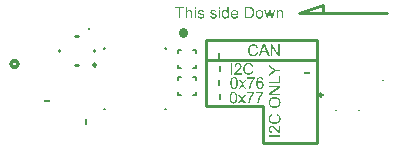
<source format=gto>
%FSLAX44Y44*%
%MOMM*%
G71*
G01*
G75*
%ADD10C,1.0000*%
%ADD11R,0.6000X0.5000*%
G04:AMPARAMS|DCode=12|XSize=0.508mm|YSize=0.6096mm|CornerRadius=0.127mm|HoleSize=0mm|Usage=FLASHONLY|Rotation=0.000|XOffset=0mm|YOffset=0mm|HoleType=Round|Shape=RoundedRectangle|*
%AMROUNDEDRECTD12*
21,1,0.5080,0.3556,0,0,0.0*
21,1,0.2540,0.6096,0,0,0.0*
1,1,0.2540,0.1270,-0.1778*
1,1,0.2540,-0.1270,-0.1778*
1,1,0.2540,-0.1270,0.1778*
1,1,0.2540,0.1270,0.1778*
%
%ADD12ROUNDEDRECTD12*%
%ADD13P,1.7321X8X22.5*%
G04:AMPARAMS|DCode=14|XSize=0.508mm|YSize=0.6096mm|CornerRadius=0.127mm|HoleSize=0mm|Usage=FLASHONLY|Rotation=270.000|XOffset=0mm|YOffset=0mm|HoleType=Round|Shape=RoundedRectangle|*
%AMROUNDEDRECTD14*
21,1,0.5080,0.3556,0,0,270.0*
21,1,0.2540,0.6096,0,0,270.0*
1,1,0.2540,-0.1778,-0.1270*
1,1,0.2540,-0.1778,0.1270*
1,1,0.2540,0.1778,0.1270*
1,1,0.2540,0.1778,-0.1270*
%
%ADD14ROUNDEDRECTD14*%
G04:AMPARAMS|DCode=15|XSize=0.7112mm|YSize=1.3208mm|CornerRadius=0.1778mm|HoleSize=0mm|Usage=FLASHONLY|Rotation=0.000|XOffset=0mm|YOffset=0mm|HoleType=Round|Shape=RoundedRectangle|*
%AMROUNDEDRECTD15*
21,1,0.7112,0.9652,0,0,0.0*
21,1,0.3556,1.3208,0,0,0.0*
1,1,0.3556,0.1778,-0.4826*
1,1,0.3556,-0.1778,-0.4826*
1,1,0.3556,-0.1778,0.4826*
1,1,0.3556,0.1778,0.4826*
%
%ADD15ROUNDEDRECTD15*%
G04:AMPARAMS|DCode=16|XSize=0.275mm|YSize=0.275mm|CornerRadius=0.0688mm|HoleSize=0mm|Usage=FLASHONLY|Rotation=90.000|XOffset=0mm|YOffset=0mm|HoleType=Round|Shape=RoundedRectangle|*
%AMROUNDEDRECTD16*
21,1,0.2750,0.1375,0,0,90.0*
21,1,0.1375,0.2750,0,0,90.0*
1,1,0.1375,0.0688,0.0688*
1,1,0.1375,0.0688,-0.0688*
1,1,0.1375,-0.0688,-0.0688*
1,1,0.1375,-0.0688,0.0688*
%
%ADD16ROUNDEDRECTD16*%
G04:AMPARAMS|DCode=17|XSize=0.275mm|YSize=0.275mm|CornerRadius=0.0688mm|HoleSize=0mm|Usage=FLASHONLY|Rotation=180.000|XOffset=0mm|YOffset=0mm|HoleType=Round|Shape=RoundedRectangle|*
%AMROUNDEDRECTD17*
21,1,0.2750,0.1375,0,0,180.0*
21,1,0.1375,0.2750,0,0,180.0*
1,1,0.1375,-0.0688,0.0688*
1,1,0.1375,0.0688,0.0688*
1,1,0.1375,0.0688,-0.0688*
1,1,0.1375,-0.0688,-0.0688*
%
%ADD17ROUNDEDRECTD17*%
%ADD18R,0.6096X0.5080*%
%ADD19R,0.5000X0.6000*%
%ADD20R,1.0000X0.6000*%
%ADD21R,0.8500X0.3000*%
%ADD22R,1.3000X2.0000*%
%ADD23R,0.4000X0.4000*%
%ADD24R,0.6000X0.5500*%
%ADD25R,1.4000X1.2000*%
%ADD26R,3.4500X3.4500*%
%ADD27O,0.3000X0.6000*%
%ADD28O,0.6000X0.3000*%
%ADD29C,0.1270*%
%ADD30C,0.2540*%
%ADD31C,0.3000*%
%ADD32C,1.5240*%
%ADD33C,0.4500*%
G04:AMPARAMS|DCode=34|XSize=0.7mm|YSize=1.8mm|CornerRadius=0.175mm|HoleSize=0mm|Usage=FLASHONLY|Rotation=270.000|XOffset=0mm|YOffset=0mm|HoleType=Round|Shape=RoundedRectangle|*
%AMROUNDEDRECTD34*
21,1,0.7000,1.4500,0,0,270.0*
21,1,0.3500,1.8000,0,0,270.0*
1,1,0.3500,-0.7250,-0.1750*
1,1,0.3500,-0.7250,0.1750*
1,1,0.3500,0.7250,0.1750*
1,1,0.3500,0.7250,-0.1750*
%
%ADD34ROUNDEDRECTD34*%
G04:AMPARAMS|DCode=35|XSize=1.6mm|YSize=2.2mm|CornerRadius=0.4mm|HoleSize=0mm|Usage=FLASHONLY|Rotation=270.000|XOffset=0mm|YOffset=0mm|HoleType=Round|Shape=RoundedRectangle|*
%AMROUNDEDRECTD35*
21,1,1.6000,1.4000,0,0,270.0*
21,1,0.8000,2.2000,0,0,270.0*
1,1,0.8000,-0.7000,-0.4000*
1,1,0.8000,-0.7000,0.4000*
1,1,0.8000,0.7000,0.4000*
1,1,0.8000,0.7000,-0.4000*
%
%ADD35ROUNDEDRECTD35*%
%ADD36O,0.6000X1.6500*%
G04:AMPARAMS|DCode=37|XSize=0.6096mm|YSize=1.7018mm|CornerRadius=0.3048mm|HoleSize=0mm|Usage=FLASHONLY|Rotation=270.000|XOffset=0mm|YOffset=0mm|HoleType=Round|Shape=RoundedRectangle|*
%AMROUNDEDRECTD37*
21,1,0.6096,1.0922,0,0,270.0*
21,1,0.0000,1.7018,0,0,270.0*
1,1,0.6096,-0.5461,0.0000*
1,1,0.6096,-0.5461,0.0000*
1,1,0.6096,0.5461,0.0000*
1,1,0.6096,0.5461,0.0000*
%
%ADD37ROUNDEDRECTD37*%
G04:AMPARAMS|DCode=38|XSize=2.8194mm|YSize=1.016mm|CornerRadius=0.508mm|HoleSize=0mm|Usage=FLASHONLY|Rotation=180.000|XOffset=0mm|YOffset=0mm|HoleType=Round|Shape=RoundedRectangle|*
%AMROUNDEDRECTD38*
21,1,2.8194,0.0000,0,0,180.0*
21,1,1.8034,1.0160,0,0,180.0*
1,1,1.0160,-0.9017,0.0000*
1,1,1.0160,0.9017,0.0000*
1,1,1.0160,0.9017,0.0000*
1,1,1.0160,-0.9017,0.0000*
%
%ADD38ROUNDEDRECTD38*%
%ADD39C,0.2500*%
%ADD40C,0.3000*%
%ADD41C,0.1000*%
%ADD42C,0.3000*%
%ADD43C,0.1524*%
%ADD44C,0.7620*%
%ADD45C,0.2000*%
%ADD46R,0.1524X0.5049*%
%ADD47R,0.5049X0.1524*%
%ADD48R,0.6048X0.1524*%
G36*
X565892Y335840D02*
X565914Y335832D01*
X565942Y335825D01*
X565977Y335818D01*
X566026Y335804D01*
X566132Y335769D01*
X566265Y335720D01*
X566413Y335664D01*
X566582Y335593D01*
X566765Y335509D01*
X566962Y335417D01*
X567159Y335312D01*
X567356Y335192D01*
X567560Y335059D01*
X567757Y334911D01*
X567947Y334749D01*
X568123Y334573D01*
X568292Y334383D01*
X568299Y334369D01*
X568327Y334334D01*
X568369Y334277D01*
X568418Y334193D01*
X568482Y334095D01*
X568552Y333968D01*
X568629Y333827D01*
X568707Y333665D01*
X568784Y333489D01*
X568862Y333293D01*
X568932Y333082D01*
X568995Y332856D01*
X569044Y332610D01*
X569087Y332357D01*
X569115Y332089D01*
X569122Y331808D01*
Y331801D01*
Y331787D01*
Y331766D01*
Y331738D01*
Y331702D01*
X569115Y331653D01*
Y331548D01*
X569101Y331414D01*
X569087Y331259D01*
X569066Y331083D01*
X569044Y330900D01*
X569009Y330696D01*
X568967Y330492D01*
X568911Y330274D01*
X568854Y330063D01*
X568777Y329852D01*
X568693Y329641D01*
X568594Y329437D01*
X568482Y329247D01*
X568475Y329233D01*
X568453Y329205D01*
X568411Y329156D01*
X568362Y329085D01*
X568299Y329001D01*
X568214Y328909D01*
X568123Y328804D01*
X568010Y328691D01*
X567883Y328572D01*
X567750Y328452D01*
X567595Y328325D01*
X567433Y328199D01*
X567250Y328079D01*
X567060Y327959D01*
X566849Y327847D01*
X566631Y327748D01*
X566624D01*
X566617Y327741D01*
X566575Y327727D01*
X566511Y327699D01*
X566420Y327671D01*
X566307Y327629D01*
X566174Y327587D01*
X566019Y327537D01*
X565850Y327495D01*
X565660Y327446D01*
X565456Y327397D01*
X565245Y327354D01*
X565013Y327312D01*
X564781Y327284D01*
X564534Y327256D01*
X564281Y327242D01*
X564021Y327235D01*
X563915D01*
X563873Y327242D01*
X563768D01*
X563634Y327256D01*
X563479Y327263D01*
X563303Y327284D01*
X563113Y327305D01*
X562916Y327340D01*
X562705Y327375D01*
X562480Y327425D01*
X562255Y327481D01*
X562030Y327544D01*
X561805Y327622D01*
X561586Y327713D01*
X561368Y327812D01*
X561354Y327819D01*
X561319Y327840D01*
X561263Y327875D01*
X561178Y327917D01*
X561087Y327980D01*
X560981Y328051D01*
X560855Y328142D01*
X560728Y328241D01*
X560594Y328346D01*
X560447Y328473D01*
X560306Y328607D01*
X560165Y328754D01*
X560024Y328916D01*
X559891Y329085D01*
X559764Y329268D01*
X559645Y329465D01*
X559638Y329479D01*
X559617Y329514D01*
X559588Y329571D01*
X559553Y329655D01*
X559504Y329753D01*
X559455Y329873D01*
X559405Y330014D01*
X559349Y330162D01*
X559293Y330331D01*
X559244Y330513D01*
X559187Y330710D01*
X559145Y330914D01*
X559110Y331133D01*
X559082Y331358D01*
X559061Y331590D01*
X559054Y331829D01*
Y331836D01*
Y331843D01*
Y331864D01*
Y331892D01*
Y331928D01*
X559061Y331970D01*
X559068Y332075D01*
X559075Y332202D01*
X559096Y332343D01*
X559117Y332505D01*
X559145Y332687D01*
X559187Y332877D01*
X559236Y333074D01*
X559293Y333279D01*
X559370Y333483D01*
X559455Y333686D01*
X559553Y333898D01*
X559666Y334095D01*
X559799Y334285D01*
X559806Y334299D01*
X559835Y334327D01*
X559877Y334383D01*
X559940Y334446D01*
X560010Y334531D01*
X560109Y334622D01*
X560215Y334721D01*
X560341Y334833D01*
X560482Y334946D01*
X560637Y335065D01*
X560812Y335178D01*
X560995Y335291D01*
X561199Y335403D01*
X561418Y335502D01*
X561650Y335600D01*
X561896Y335678D01*
X562192Y334411D01*
X562178Y334404D01*
X562142Y334397D01*
X562093Y334376D01*
X562016Y334348D01*
X561931Y334313D01*
X561833Y334271D01*
X561720Y334214D01*
X561601Y334158D01*
X561474Y334095D01*
X561347Y334017D01*
X561221Y333940D01*
X561087Y333848D01*
X560967Y333750D01*
X560848Y333651D01*
X560742Y333539D01*
X560644Y333419D01*
X560637Y333412D01*
X560623Y333391D01*
X560602Y333356D01*
X560566Y333307D01*
X560531Y333243D01*
X560489Y333166D01*
X560447Y333074D01*
X560397Y332976D01*
X560355Y332863D01*
X560313Y332744D01*
X560271Y332610D01*
X560236Y332469D01*
X560200Y332314D01*
X560179Y332153D01*
X560165Y331984D01*
X560158Y331801D01*
Y331787D01*
Y331752D01*
Y331695D01*
X560165Y331618D01*
X560172Y331520D01*
X560186Y331407D01*
X560200Y331280D01*
X560229Y331147D01*
X560257Y330999D01*
X560292Y330851D01*
X560334Y330696D01*
X560383Y330535D01*
X560447Y330380D01*
X560524Y330225D01*
X560602Y330070D01*
X560700Y329922D01*
X560707Y329915D01*
X560721Y329887D01*
X560756Y329852D01*
X560798Y329803D01*
X560855Y329739D01*
X560918Y329669D01*
X560995Y329592D01*
X561080Y329507D01*
X561178Y329423D01*
X561284Y329331D01*
X561404Y329247D01*
X561537Y329162D01*
X561671Y329078D01*
X561819Y329001D01*
X561973Y328930D01*
X562142Y328867D01*
X562149D01*
X562184Y328853D01*
X562234Y328839D01*
X562297Y328818D01*
X562382Y328797D01*
X562480Y328769D01*
X562593Y328747D01*
X562719Y328719D01*
X562853Y328691D01*
X563001Y328663D01*
X563156Y328635D01*
X563317Y328614D01*
X563655Y328578D01*
X563831Y328572D01*
X564014Y328564D01*
X564133D01*
X564225Y328572D01*
X564330Y328578D01*
X564457Y328586D01*
X564598Y328593D01*
X564746Y328607D01*
X564914Y328628D01*
X565090Y328649D01*
X565449Y328719D01*
X565639Y328754D01*
X565822Y328804D01*
X566005Y328860D01*
X566181Y328923D01*
X566188Y328930D01*
X566223Y328937D01*
X566265Y328959D01*
X566329Y328994D01*
X566406Y329029D01*
X566497Y329078D01*
X566596Y329134D01*
X566702Y329198D01*
X566807Y329275D01*
X566920Y329360D01*
X567039Y329451D01*
X567152Y329549D01*
X567264Y329662D01*
X567370Y329782D01*
X567468Y329908D01*
X567560Y330049D01*
X567567Y330056D01*
X567581Y330084D01*
X567602Y330126D01*
X567630Y330183D01*
X567665Y330253D01*
X567708Y330337D01*
X567743Y330436D01*
X567785Y330541D01*
X567834Y330661D01*
X567869Y330788D01*
X567912Y330928D01*
X567947Y331069D01*
X567975Y331224D01*
X567996Y331379D01*
X568010Y331541D01*
X568017Y331702D01*
Y331716D01*
Y331752D01*
X568010Y331808D01*
Y331885D01*
X567996Y331977D01*
X567982Y332082D01*
X567968Y332209D01*
X567940Y332336D01*
X567905Y332476D01*
X567862Y332624D01*
X567813Y332779D01*
X567757Y332934D01*
X567687Y333088D01*
X567602Y333243D01*
X567504Y333391D01*
X567398Y333539D01*
X567391Y333546D01*
X567370Y333574D01*
X567335Y333609D01*
X567278Y333658D01*
X567215Y333722D01*
X567138Y333792D01*
X567039Y333870D01*
X566934Y333947D01*
X566807Y334031D01*
X566673Y334116D01*
X566519Y334207D01*
X566350Y334285D01*
X566174Y334369D01*
X565977Y334439D01*
X565773Y334503D01*
X565548Y334559D01*
X565871Y335846D01*
X565878D01*
X565892Y335840D01*
D02*
G37*
G36*
X564253Y350122D02*
X564359D01*
X564485Y350108D01*
X564633Y350101D01*
X564809Y350080D01*
X564992Y350052D01*
X565196Y350024D01*
X565407Y349981D01*
X565625Y349932D01*
X565850Y349876D01*
X566082Y349805D01*
X566307Y349728D01*
X566533Y349637D01*
X566758Y349531D01*
X566772Y349524D01*
X566807Y349503D01*
X566870Y349468D01*
X566948Y349419D01*
X567046Y349362D01*
X567159Y349285D01*
X567285Y349193D01*
X567419Y349095D01*
X567560Y348982D01*
X567701Y348856D01*
X567848Y348715D01*
X567996Y348567D01*
X568137Y348398D01*
X568278Y348223D01*
X568404Y348032D01*
X568524Y347836D01*
X568531Y347822D01*
X568552Y347786D01*
X568580Y347723D01*
X568615Y347646D01*
X568665Y347540D01*
X568714Y347420D01*
X568770Y347287D01*
X568819Y347132D01*
X568876Y346956D01*
X568932Y346773D01*
X568981Y346583D01*
X569030Y346372D01*
X569066Y346161D01*
X569094Y345936D01*
X569115Y345704D01*
X569122Y345471D01*
Y345465D01*
Y345457D01*
Y345436D01*
Y345408D01*
X569115Y345338D01*
X569108Y345239D01*
X569101Y345120D01*
X569087Y344979D01*
X569066Y344817D01*
X569037Y344648D01*
X569002Y344458D01*
X568960Y344261D01*
X568904Y344057D01*
X568840Y343853D01*
X568770Y343642D01*
X568679Y343424D01*
X568580Y343213D01*
X568461Y343009D01*
X568453Y342995D01*
X568432Y342960D01*
X568390Y342903D01*
X568341Y342833D01*
X568270Y342742D01*
X568193Y342636D01*
X568095Y342523D01*
X567989Y342397D01*
X567862Y342270D01*
X567729Y342130D01*
X567581Y341996D01*
X567419Y341862D01*
X567243Y341729D01*
X567060Y341602D01*
X566863Y341482D01*
X566652Y341370D01*
X566638Y341363D01*
X566603Y341348D01*
X566540Y341320D01*
X566448Y341285D01*
X566343Y341243D01*
X566216Y341194D01*
X566075Y341144D01*
X565914Y341095D01*
X565738Y341039D01*
X565548Y340990D01*
X565351Y340940D01*
X565140Y340898D01*
X564914Y340863D01*
X564689Y340835D01*
X564457Y340821D01*
X564218Y340814D01*
X564112D01*
X564056Y340821D01*
X563986D01*
X563908Y340828D01*
X563817Y340835D01*
X563718Y340842D01*
X563613Y340856D01*
X563500Y340870D01*
X563381Y340884D01*
X563120Y340926D01*
X562839Y340976D01*
X562536Y341046D01*
X562227Y341130D01*
X561910Y341236D01*
X561594Y341363D01*
X561284Y341510D01*
X560981Y341686D01*
X560834Y341785D01*
X560693Y341883D01*
X560559Y341996D01*
X560426Y342115D01*
X560419Y342122D01*
X560411Y342130D01*
X560390Y342151D01*
X560369Y342179D01*
X560334Y342207D01*
X560299Y342249D01*
X560207Y342355D01*
X560109Y342481D01*
X559989Y342636D01*
X559870Y342819D01*
X559736Y343023D01*
X559609Y343255D01*
X559490Y343508D01*
X559370Y343783D01*
X559265Y344078D01*
X559180Y344402D01*
X559110Y344740D01*
X559089Y344916D01*
X559068Y345099D01*
X559061Y345281D01*
X559054Y345471D01*
Y345479D01*
Y345486D01*
Y345507D01*
Y345535D01*
X559061Y345605D01*
Y345697D01*
X559075Y345816D01*
X559089Y345957D01*
X559110Y346112D01*
X559131Y346281D01*
X559166Y346464D01*
X559208Y346660D01*
X559265Y346865D01*
X559328Y347069D01*
X559398Y347280D01*
X559490Y347491D01*
X559588Y347702D01*
X559701Y347906D01*
X559708Y347920D01*
X559729Y347955D01*
X559764Y348011D01*
X559821Y348082D01*
X559884Y348173D01*
X559961Y348279D01*
X560060Y348391D01*
X560165Y348518D01*
X560285Y348652D01*
X560419Y348785D01*
X560566Y348926D01*
X560728Y349060D01*
X560904Y349193D01*
X561087Y349327D01*
X561284Y349447D01*
X561495Y349559D01*
X561509Y349566D01*
X561544Y349587D01*
X561608Y349616D01*
X561699Y349651D01*
X561805Y349693D01*
X561938Y349742D01*
X562086Y349791D01*
X562255Y349848D01*
X562438Y349897D01*
X562642Y349946D01*
X562853Y349995D01*
X563085Y350038D01*
X563324Y350080D01*
X563578Y350108D01*
X563838Y350122D01*
X564105Y350129D01*
X564204D01*
X564253Y350122D01*
D02*
G37*
G36*
X568960Y316484D02*
X559222D01*
Y317772D01*
X568960D01*
Y316484D01*
D02*
G37*
G36*
Y319411D02*
X568847D01*
X568805Y319418D01*
X568693Y319425D01*
X568573Y319439D01*
X568432Y319460D01*
X568285Y319495D01*
X568137Y319545D01*
X568130D01*
X568109Y319559D01*
X568074Y319573D01*
X568024Y319594D01*
X567961Y319615D01*
X567891Y319650D01*
X567813Y319692D01*
X567729Y319734D01*
X567630Y319784D01*
X567532Y319847D01*
X567314Y319981D01*
X567081Y320143D01*
X566842Y320333D01*
X566835Y320340D01*
X566814Y320361D01*
X566779Y320389D01*
X566730Y320431D01*
X566666Y320487D01*
X566596Y320558D01*
X566511Y320635D01*
X566420Y320734D01*
X566315Y320839D01*
X566202Y320952D01*
X566082Y321078D01*
X565949Y321219D01*
X565815Y321374D01*
X565674Y321536D01*
X565527Y321712D01*
X565372Y321894D01*
X565365Y321902D01*
X565358Y321916D01*
X565337Y321937D01*
X565316Y321965D01*
X565280Y322000D01*
X565245Y322042D01*
X565154Y322148D01*
X565048Y322281D01*
X564914Y322422D01*
X564774Y322584D01*
X564619Y322753D01*
X564457Y322936D01*
X564288Y323112D01*
X564119Y323295D01*
X563943Y323464D01*
X563775Y323632D01*
X563613Y323780D01*
X563451Y323921D01*
X563303Y324033D01*
X563296Y324040D01*
X563268Y324054D01*
X563226Y324083D01*
X563177Y324125D01*
X563106Y324167D01*
X563029Y324209D01*
X562937Y324266D01*
X562839Y324315D01*
X562733Y324364D01*
X562621Y324420D01*
X562374Y324512D01*
X562248Y324547D01*
X562121Y324575D01*
X561995Y324589D01*
X561868Y324596D01*
X561798D01*
X561748Y324589D01*
X561685Y324582D01*
X561615Y324568D01*
X561537Y324554D01*
X561453Y324533D01*
X561361Y324505D01*
X561263Y324470D01*
X561164Y324427D01*
X561066Y324378D01*
X560960Y324322D01*
X560862Y324252D01*
X560763Y324174D01*
X560672Y324083D01*
X560665Y324076D01*
X560651Y324062D01*
X560630Y324033D01*
X560594Y323991D01*
X560559Y323942D01*
X560517Y323879D01*
X560468Y323808D01*
X560426Y323731D01*
X560376Y323639D01*
X560334Y323541D01*
X560292Y323428D01*
X560257Y323316D01*
X560221Y323189D01*
X560200Y323055D01*
X560186Y322915D01*
X560179Y322767D01*
Y322760D01*
Y322732D01*
Y322682D01*
X560186Y322626D01*
X560193Y322549D01*
X560207Y322464D01*
X560221Y322373D01*
X560243Y322267D01*
X560271Y322162D01*
X560306Y322049D01*
X560348Y321937D01*
X560397Y321817D01*
X560461Y321705D01*
X560531Y321592D01*
X560608Y321479D01*
X560700Y321381D01*
X560707Y321374D01*
X560721Y321360D01*
X560756Y321332D01*
X560791Y321303D01*
X560848Y321261D01*
X560911Y321219D01*
X560988Y321170D01*
X561073Y321128D01*
X561164Y321078D01*
X561277Y321029D01*
X561390Y320987D01*
X561516Y320945D01*
X561657Y320917D01*
X561805Y320888D01*
X561959Y320874D01*
X562128Y320867D01*
X562002Y319636D01*
X561987D01*
X561966Y319643D01*
X561938D01*
X561868Y319650D01*
X561776Y319671D01*
X561664Y319692D01*
X561530Y319720D01*
X561382Y319756D01*
X561228Y319798D01*
X561059Y319854D01*
X560890Y319918D01*
X560714Y319995D01*
X560538Y320086D01*
X560369Y320185D01*
X560207Y320304D01*
X560053Y320431D01*
X559912Y320579D01*
X559905Y320586D01*
X559884Y320614D01*
X559842Y320663D01*
X559799Y320727D01*
X559743Y320811D01*
X559680Y320910D01*
X559617Y321029D01*
X559546Y321163D01*
X559483Y321318D01*
X559420Y321479D01*
X559356Y321662D01*
X559300Y321859D01*
X559251Y322070D01*
X559215Y322296D01*
X559194Y322535D01*
X559187Y322788D01*
Y322795D01*
Y322802D01*
Y322823D01*
Y322851D01*
X559194Y322922D01*
X559201Y323020D01*
X559208Y323140D01*
X559230Y323274D01*
X559251Y323428D01*
X559286Y323590D01*
X559328Y323766D01*
X559377Y323942D01*
X559441Y324132D01*
X559518Y324315D01*
X559609Y324498D01*
X559708Y324674D01*
X559827Y324842D01*
X559968Y325004D01*
X559975Y325011D01*
X560003Y325039D01*
X560046Y325082D01*
X560109Y325131D01*
X560179Y325194D01*
X560271Y325265D01*
X560376Y325342D01*
X560496Y325420D01*
X560630Y325490D01*
X560777Y325567D01*
X560939Y325638D01*
X561108Y325701D01*
X561291Y325750D01*
X561481Y325792D01*
X561685Y325821D01*
X561896Y325827D01*
X561995D01*
X562051Y325821D01*
X562107Y325813D01*
X562178Y325806D01*
X562255Y325799D01*
X562431Y325771D01*
X562628Y325729D01*
X562832Y325666D01*
X563043Y325588D01*
X563050D01*
X563071Y325574D01*
X563099Y325560D01*
X563141Y325539D01*
X563191Y325518D01*
X563254Y325483D01*
X563324Y325448D01*
X563402Y325398D01*
X563486Y325349D01*
X563578Y325293D01*
X563782Y325152D01*
X563887Y325075D01*
X564000Y324990D01*
X564112Y324892D01*
X564232Y324793D01*
X564239Y324786D01*
X564260Y324765D01*
X564295Y324737D01*
X564344Y324688D01*
X564408Y324624D01*
X564485Y324547D01*
X564577Y324463D01*
X564682Y324357D01*
X564795Y324238D01*
X564921Y324097D01*
X565062Y323949D01*
X565217Y323780D01*
X565379Y323597D01*
X565555Y323400D01*
X565745Y323182D01*
X565942Y322950D01*
X565949Y322936D01*
X565984Y322901D01*
X566026Y322851D01*
X566089Y322781D01*
X566160Y322690D01*
X566244Y322598D01*
X566336Y322493D01*
X566434Y322380D01*
X566638Y322141D01*
X566744Y322028D01*
X566842Y321916D01*
X566941Y321810D01*
X567025Y321719D01*
X567103Y321634D01*
X567173Y321571D01*
X567187Y321557D01*
X567229Y321522D01*
X567293Y321465D01*
X567370Y321395D01*
X567468Y321318D01*
X567574Y321233D01*
X567694Y321149D01*
X567813Y321071D01*
Y325842D01*
X568960D01*
Y319411D01*
D02*
G37*
G36*
Y361562D02*
X559222D01*
Y362850D01*
X567813D01*
Y367641D01*
X568960D01*
Y361562D01*
D02*
G37*
G36*
X564837Y373200D02*
X568960D01*
Y371912D01*
X564837D01*
X559222Y368162D01*
Y369731D01*
X562163Y371645D01*
X562170Y371652D01*
X562199Y371666D01*
X562248Y371701D01*
X562304Y371736D01*
X562382Y371785D01*
X562466Y371842D01*
X562565Y371905D01*
X562677Y371975D01*
X562797Y372046D01*
X562923Y372123D01*
X563064Y372207D01*
X563205Y372292D01*
X563500Y372468D01*
X563803Y372637D01*
X563796Y372644D01*
X563768Y372658D01*
X563725Y372679D01*
X563669Y372714D01*
X563599Y372756D01*
X563514Y372813D01*
X563416Y372869D01*
X563303Y372939D01*
X563184Y373010D01*
X563057Y373094D01*
X562916Y373178D01*
X562761Y373270D01*
X562607Y373368D01*
X562438Y373474D01*
X562093Y373699D01*
X559222Y375585D01*
Y377083D01*
X564837Y373200D01*
D02*
G37*
G36*
X568447Y384810D02*
X567117D01*
X562016Y392451D01*
Y384810D01*
X560778D01*
Y394548D01*
X562101D01*
X567209Y386900D01*
Y394548D01*
X568447D01*
Y384810D01*
D02*
G37*
G36*
X568960Y358115D02*
X561319Y353014D01*
X568960D01*
Y351776D01*
X559222D01*
Y353098D01*
X566870Y358206D01*
X559222D01*
Y359445D01*
X568960D01*
Y358115D01*
D02*
G37*
G36*
X537165Y348344D02*
X539733Y344678D01*
X538276D01*
X536813Y346866D01*
X536475Y347401D01*
X534576Y344678D01*
X533133D01*
X535708Y348322D01*
X533323Y351735D01*
X534794D01*
X535898Y350075D01*
X535905Y350067D01*
X535912Y350053D01*
X535926Y350032D01*
X535947Y349997D01*
X535976Y349955D01*
X536004Y349906D01*
X536074Y349800D01*
X536152Y349673D01*
X536236Y349547D01*
X536320Y349413D01*
X536391Y349286D01*
X536398Y349294D01*
X536405Y349308D01*
X536419Y349329D01*
X536440Y349357D01*
X536496Y349441D01*
X536574Y349547D01*
X536658Y349659D01*
X536749Y349793D01*
X536841Y349927D01*
X536932Y350053D01*
X538121Y351735D01*
X539557D01*
X537165Y348344D01*
D02*
G37*
G36*
X546263Y394709D02*
X546369Y394702D01*
X546495Y394695D01*
X546636Y394674D01*
X546798Y394653D01*
X546981Y394625D01*
X547171Y394583D01*
X547368Y394534D01*
X547572Y394477D01*
X547776Y394400D01*
X547980Y394315D01*
X548191Y394217D01*
X548388Y394104D01*
X548578Y393971D01*
X548592Y393964D01*
X548620Y393935D01*
X548676Y393893D01*
X548740Y393830D01*
X548824Y393759D01*
X548916Y393661D01*
X549014Y393555D01*
X549127Y393429D01*
X549239Y393288D01*
X549359Y393133D01*
X549471Y392957D01*
X549584Y392775D01*
X549697Y392570D01*
X549795Y392352D01*
X549894Y392120D01*
X549971Y391874D01*
X548704Y391578D01*
X548698Y391592D01*
X548690Y391628D01*
X548669Y391677D01*
X548641Y391754D01*
X548606Y391839D01*
X548564Y391937D01*
X548507Y392050D01*
X548451Y392169D01*
X548388Y392296D01*
X548311Y392423D01*
X548233Y392549D01*
X548142Y392683D01*
X548043Y392803D01*
X547945Y392922D01*
X547832Y393028D01*
X547713Y393126D01*
X547705Y393133D01*
X547684Y393147D01*
X547649Y393168D01*
X547600Y393204D01*
X547537Y393239D01*
X547459Y393281D01*
X547368Y393323D01*
X547269Y393373D01*
X547157Y393415D01*
X547037Y393457D01*
X546903Y393499D01*
X546763Y393534D01*
X546608Y393570D01*
X546446Y393591D01*
X546277Y393605D01*
X546094Y393612D01*
X545989D01*
X545911Y393605D01*
X545813Y393598D01*
X545700Y393584D01*
X545574Y393570D01*
X545440Y393541D01*
X545292Y393513D01*
X545144Y393478D01*
X544990Y393436D01*
X544828Y393387D01*
X544673Y393323D01*
X544518Y393246D01*
X544363Y393168D01*
X544216Y393070D01*
X544209Y393063D01*
X544180Y393049D01*
X544145Y393014D01*
X544096Y392971D01*
X544033Y392915D01*
X543962Y392852D01*
X543885Y392775D01*
X543801Y392690D01*
X543716Y392592D01*
X543625Y392486D01*
X543540Y392366D01*
X543456Y392233D01*
X543371Y392099D01*
X543294Y391951D01*
X543224Y391796D01*
X543160Y391628D01*
Y391621D01*
X543146Y391586D01*
X543132Y391536D01*
X543111Y391473D01*
X543090Y391389D01*
X543062Y391290D01*
X543041Y391177D01*
X543013Y391051D01*
X542984Y390917D01*
X542956Y390769D01*
X542928Y390615D01*
X542907Y390453D01*
X542872Y390115D01*
X542865Y389939D01*
X542858Y389756D01*
Y389742D01*
Y389700D01*
Y389637D01*
X542865Y389545D01*
X542872Y389440D01*
X542879Y389313D01*
X542886Y389172D01*
X542900Y389024D01*
X542921Y388856D01*
X542942Y388680D01*
X543013Y388321D01*
X543048Y388131D01*
X543097Y387948D01*
X543153Y387765D01*
X543217Y387589D01*
X543224Y387582D01*
X543231Y387547D01*
X543252Y387505D01*
X543287Y387441D01*
X543322Y387364D01*
X543371Y387272D01*
X543428Y387174D01*
X543491Y387068D01*
X543568Y386963D01*
X543653Y386850D01*
X543744Y386731D01*
X543843Y386618D01*
X543955Y386506D01*
X544075Y386400D01*
X544202Y386302D01*
X544342Y386210D01*
X544349Y386203D01*
X544378Y386189D01*
X544420Y386168D01*
X544476Y386140D01*
X544546Y386105D01*
X544631Y386062D01*
X544729Y386027D01*
X544835Y385985D01*
X544954Y385936D01*
X545081Y385900D01*
X545222Y385858D01*
X545363Y385823D01*
X545517Y385795D01*
X545672Y385774D01*
X545834Y385760D01*
X545996Y385753D01*
X546045D01*
X546101Y385760D01*
X546179D01*
X546270Y385774D01*
X546376Y385788D01*
X546502Y385802D01*
X546629Y385830D01*
X546770Y385865D01*
X546917Y385908D01*
X547072Y385957D01*
X547227Y386013D01*
X547382Y386083D01*
X547537Y386168D01*
X547684Y386266D01*
X547832Y386372D01*
X547839Y386379D01*
X547867Y386400D01*
X547902Y386435D01*
X547952Y386492D01*
X548015Y386555D01*
X548085Y386632D01*
X548163Y386731D01*
X548240Y386836D01*
X548325Y386963D01*
X548409Y387097D01*
X548501Y387251D01*
X548578Y387420D01*
X548662Y387596D01*
X548733Y387793D01*
X548796Y387997D01*
X548852Y388222D01*
X550140Y387899D01*
Y387892D01*
X550133Y387878D01*
X550126Y387856D01*
X550119Y387828D01*
X550112Y387793D01*
X550098Y387744D01*
X550062Y387638D01*
X550013Y387505D01*
X549957Y387357D01*
X549887Y387188D01*
X549802Y387005D01*
X549711Y386808D01*
X549605Y386611D01*
X549486Y386414D01*
X549352Y386210D01*
X549204Y386013D01*
X549042Y385823D01*
X548866Y385647D01*
X548676Y385478D01*
X548662Y385471D01*
X548627Y385443D01*
X548571Y385401D01*
X548486Y385352D01*
X548388Y385288D01*
X548261Y385218D01*
X548120Y385141D01*
X547959Y385063D01*
X547783Y384986D01*
X547586Y384908D01*
X547375Y384838D01*
X547150Y384775D01*
X546903Y384726D01*
X546650Y384683D01*
X546383Y384655D01*
X546101Y384648D01*
X545996D01*
X545947Y384655D01*
X545841D01*
X545707Y384669D01*
X545552Y384683D01*
X545377Y384705D01*
X545194Y384726D01*
X544990Y384761D01*
X544786Y384803D01*
X544567Y384859D01*
X544356Y384916D01*
X544145Y384993D01*
X543934Y385077D01*
X543730Y385176D01*
X543540Y385288D01*
X543526Y385295D01*
X543498Y385317D01*
X543449Y385359D01*
X543378Y385408D01*
X543294Y385471D01*
X543203Y385556D01*
X543097Y385647D01*
X542984Y385760D01*
X542865Y385886D01*
X542745Y386020D01*
X542618Y386175D01*
X542492Y386337D01*
X542372Y386520D01*
X542253Y386710D01*
X542140Y386921D01*
X542042Y387139D01*
Y387146D01*
X542035Y387153D01*
X542020Y387195D01*
X541992Y387258D01*
X541964Y387350D01*
X541922Y387463D01*
X541880Y387596D01*
X541830Y387751D01*
X541788Y387920D01*
X541739Y388110D01*
X541690Y388314D01*
X541648Y388525D01*
X541605Y388757D01*
X541577Y388989D01*
X541549Y389235D01*
X541535Y389489D01*
X541528Y389749D01*
Y389756D01*
Y389770D01*
Y389791D01*
Y389819D01*
Y389855D01*
X541535Y389897D01*
Y390002D01*
X541549Y390136D01*
X541556Y390291D01*
X541577Y390467D01*
X541598Y390657D01*
X541633Y390854D01*
X541669Y391065D01*
X541718Y391290D01*
X541774Y391515D01*
X541838Y391740D01*
X541915Y391965D01*
X542006Y392183D01*
X542105Y392402D01*
X542112Y392416D01*
X542133Y392451D01*
X542168Y392507D01*
X542211Y392592D01*
X542274Y392683D01*
X542344Y392789D01*
X542436Y392915D01*
X542534Y393042D01*
X542640Y393176D01*
X542766Y393323D01*
X542900Y393464D01*
X543048Y393605D01*
X543210Y393745D01*
X543378Y393879D01*
X543561Y394006D01*
X543758Y394125D01*
X543772Y394132D01*
X543808Y394154D01*
X543864Y394182D01*
X543948Y394217D01*
X544047Y394266D01*
X544166Y394315D01*
X544307Y394365D01*
X544455Y394421D01*
X544624Y394477D01*
X544807Y394526D01*
X545004Y394583D01*
X545208Y394625D01*
X545426Y394660D01*
X545651Y394688D01*
X545883Y394709D01*
X546122Y394716D01*
X546221D01*
X546263Y394709D01*
D02*
G37*
G36*
X537673Y360790D02*
X540241Y357124D01*
X538784D01*
X537321Y359312D01*
X536983Y359847D01*
X535084Y357124D01*
X533641D01*
X536216Y360769D01*
X533831Y364181D01*
X535302D01*
X536406Y362520D01*
X536413Y362513D01*
X536420Y362499D01*
X536434Y362478D01*
X536455Y362443D01*
X536484Y362401D01*
X536512Y362352D01*
X536582Y362246D01*
X536660Y362119D01*
X536744Y361993D01*
X536828Y361859D01*
X536899Y361732D01*
X536906Y361740D01*
X536913Y361754D01*
X536927Y361775D01*
X536948Y361803D01*
X537004Y361887D01*
X537082Y361993D01*
X537166Y362105D01*
X537257Y362239D01*
X537349Y362373D01*
X537440Y362499D01*
X538629Y364181D01*
X540065D01*
X537673Y360790D01*
D02*
G37*
G36*
X547291Y365806D02*
X547284Y365792D01*
X547248Y365764D01*
X547199Y365701D01*
X547129Y365623D01*
X547044Y365525D01*
X546946Y365405D01*
X546833Y365264D01*
X546714Y365103D01*
X546580Y364927D01*
X546432Y364730D01*
X546277Y364512D01*
X546123Y364279D01*
X545954Y364026D01*
X545792Y363759D01*
X545616Y363477D01*
X545447Y363175D01*
Y363168D01*
X545440Y363154D01*
X545426Y363133D01*
X545405Y363104D01*
X545384Y363062D01*
X545363Y363013D01*
X545328Y362957D01*
X545299Y362893D01*
X545257Y362823D01*
X545222Y362739D01*
X545131Y362563D01*
X545032Y362366D01*
X544926Y362141D01*
X544814Y361894D01*
X544701Y361627D01*
X544582Y361353D01*
X544469Y361057D01*
X544350Y360755D01*
X544244Y360445D01*
X544138Y360121D01*
X544040Y359798D01*
X544033Y359784D01*
X544026Y359741D01*
X544005Y359678D01*
X543984Y359586D01*
X543956Y359467D01*
X543920Y359333D01*
X543885Y359179D01*
X543850Y359003D01*
X543808Y358813D01*
X543773Y358609D01*
X543731Y358383D01*
X543695Y358151D01*
X543660Y357912D01*
X543632Y357659D01*
X543604Y357391D01*
X543583Y357124D01*
X542351D01*
Y357138D01*
Y357173D01*
X542359Y357244D01*
Y357328D01*
X542365Y357441D01*
X542380Y357574D01*
X542394Y357729D01*
X542415Y357898D01*
X542436Y358095D01*
X542464Y358306D01*
X542499Y358531D01*
X542541Y358777D01*
X542598Y359038D01*
X542654Y359312D01*
X542717Y359601D01*
X542795Y359896D01*
Y359903D01*
X542802Y359917D01*
X542809Y359938D01*
X542816Y359967D01*
X542830Y360009D01*
X542844Y360058D01*
X542858Y360114D01*
X542879Y360177D01*
X542921Y360318D01*
X542978Y360494D01*
X543041Y360684D01*
X543111Y360902D01*
X543196Y361134D01*
X543287Y361381D01*
X543393Y361641D01*
X543498Y361908D01*
X543618Y362183D01*
X543752Y362464D01*
X543885Y362753D01*
X544033Y363034D01*
Y363041D01*
X544040Y363048D01*
X544054Y363069D01*
X544068Y363104D01*
X544089Y363140D01*
X544117Y363182D01*
X544174Y363287D01*
X544251Y363414D01*
X544336Y363569D01*
X544441Y363738D01*
X544554Y363921D01*
X544673Y364118D01*
X544807Y364322D01*
X544955Y364533D01*
X545102Y364751D01*
X545419Y365180D01*
X545588Y365391D01*
X545757Y365588D01*
X540987D01*
Y366735D01*
X547291D01*
Y365806D01*
D02*
G37*
G36*
X529849Y366890D02*
X529912D01*
X529997Y366883D01*
X530081Y366869D01*
X530179Y366855D01*
X530391Y366819D01*
X530623Y366763D01*
X530862Y366686D01*
X530975Y366636D01*
X531087Y366580D01*
X531094D01*
X531115Y366566D01*
X531143Y366545D01*
X531186Y366524D01*
X531235Y366489D01*
X531291Y366446D01*
X531362Y366404D01*
X531432Y366348D01*
X531587Y366221D01*
X531749Y366059D01*
X531910Y365877D01*
X532058Y365666D01*
X532065Y365658D01*
X532072Y365637D01*
X532093Y365602D01*
X532121Y365560D01*
X532157Y365504D01*
X532192Y365433D01*
X532234Y365356D01*
X532276Y365264D01*
X532325Y365166D01*
X532375Y365053D01*
X532424Y364934D01*
X532480Y364807D01*
X532529Y364673D01*
X532572Y364533D01*
X532621Y364378D01*
X532663Y364223D01*
Y364216D01*
X532670Y364181D01*
X532684Y364139D01*
X532698Y364068D01*
X532712Y363984D01*
X532733Y363878D01*
X532755Y363759D01*
X532776Y363618D01*
X532797Y363463D01*
X532818Y363287D01*
X532839Y363097D01*
X532853Y362893D01*
X532867Y362675D01*
X532881Y362436D01*
X532888Y362190D01*
Y361922D01*
Y361915D01*
Y361901D01*
Y361880D01*
Y361845D01*
Y361810D01*
Y361761D01*
X532881Y361704D01*
Y361641D01*
X532874Y361493D01*
X532867Y361324D01*
X532860Y361141D01*
X532846Y360937D01*
X532825Y360719D01*
X532804Y360494D01*
X532741Y360037D01*
X532698Y359805D01*
X532649Y359580D01*
X532593Y359361D01*
X532529Y359157D01*
X532522Y359143D01*
X532515Y359108D01*
X532494Y359059D01*
X532466Y358982D01*
X532424Y358897D01*
X532382Y358792D01*
X532325Y358679D01*
X532269Y358559D01*
X532199Y358433D01*
X532114Y358299D01*
X532030Y358165D01*
X531939Y358025D01*
X531833Y357891D01*
X531720Y357764D01*
X531601Y357645D01*
X531474Y357532D01*
X531467Y357525D01*
X531439Y357511D01*
X531404Y357483D01*
X531348Y357441D01*
X531277Y357398D01*
X531200Y357349D01*
X531101Y357300D01*
X530996Y357251D01*
X530869Y357194D01*
X530735Y357145D01*
X530595Y357096D01*
X530440Y357054D01*
X530271Y357019D01*
X530095Y356990D01*
X529912Y356969D01*
X529715Y356962D01*
X529652D01*
X529581Y356969D01*
X529483Y356976D01*
X529363Y356990D01*
X529223Y357019D01*
X529075Y357047D01*
X528906Y357089D01*
X528730Y357138D01*
X528554Y357208D01*
X528371Y357286D01*
X528181Y357384D01*
X527998Y357497D01*
X527822Y357631D01*
X527654Y357785D01*
X527499Y357961D01*
Y357968D01*
X527492Y357975D01*
X527478Y357996D01*
X527457Y358018D01*
X527435Y358053D01*
X527407Y358095D01*
X527379Y358137D01*
X527351Y358193D01*
X527316Y358257D01*
X527274Y358327D01*
X527239Y358405D01*
X527196Y358489D01*
X527154Y358587D01*
X527112Y358686D01*
X527063Y358798D01*
X527020Y358911D01*
X526978Y359038D01*
X526929Y359171D01*
X526887Y359312D01*
X526844Y359467D01*
X526802Y359622D01*
X526767Y359791D01*
X526725Y359959D01*
X526690Y360149D01*
X526662Y360339D01*
X526633Y360536D01*
X526605Y360747D01*
X526584Y360965D01*
X526563Y361191D01*
X526556Y361423D01*
X526542Y361669D01*
Y361922D01*
Y361930D01*
Y361944D01*
Y361965D01*
Y362000D01*
Y362042D01*
Y362091D01*
X526549Y362148D01*
Y362211D01*
X526556Y362352D01*
X526563Y362520D01*
X526570Y362710D01*
X526584Y362915D01*
X526605Y363133D01*
X526626Y363358D01*
X526690Y363822D01*
X526732Y364054D01*
X526781Y364279D01*
X526830Y364497D01*
X526894Y364702D01*
X526901Y364716D01*
X526908Y364751D01*
X526929Y364800D01*
X526957Y364878D01*
X526999Y364962D01*
X527042Y365067D01*
X527098Y365180D01*
X527161Y365300D01*
X527225Y365426D01*
X527309Y365560D01*
X527393Y365701D01*
X527485Y365834D01*
X527590Y365968D01*
X527703Y366095D01*
X527822Y366214D01*
X527949Y366327D01*
X527956Y366334D01*
X527984Y366355D01*
X528019Y366383D01*
X528076Y366418D01*
X528146Y366460D01*
X528231Y366510D01*
X528322Y366559D01*
X528435Y366615D01*
X528554Y366665D01*
X528688Y366714D01*
X528836Y366763D01*
X528991Y366805D01*
X529159Y366847D01*
X529335Y366876D01*
X529518Y366890D01*
X529715Y366897D01*
X529793D01*
X529849Y366890D01*
D02*
G37*
G36*
X546783Y353360D02*
X546776Y353346D01*
X546740Y353318D01*
X546691Y353255D01*
X546621Y353177D01*
X546536Y353079D01*
X546438Y352959D01*
X546325Y352818D01*
X546206Y352657D01*
X546072Y352481D01*
X545924Y352284D01*
X545769Y352066D01*
X545615Y351833D01*
X545446Y351580D01*
X545284Y351313D01*
X545108Y351031D01*
X544939Y350729D01*
Y350722D01*
X544932Y350708D01*
X544918Y350687D01*
X544897Y350658D01*
X544876Y350616D01*
X544855Y350567D01*
X544820Y350511D01*
X544791Y350447D01*
X544749Y350377D01*
X544714Y350293D01*
X544623Y350117D01*
X544524Y349920D01*
X544418Y349695D01*
X544306Y349448D01*
X544193Y349181D01*
X544074Y348907D01*
X543961Y348611D01*
X543842Y348308D01*
X543736Y347999D01*
X543630Y347675D01*
X543532Y347352D01*
X543525Y347337D01*
X543518Y347295D01*
X543497Y347232D01*
X543476Y347141D01*
X543448Y347021D01*
X543412Y346887D01*
X543377Y346732D01*
X543342Y346557D01*
X543300Y346367D01*
X543265Y346163D01*
X543223Y345937D01*
X543187Y345705D01*
X543152Y345466D01*
X543124Y345213D01*
X543096Y344945D01*
X543075Y344678D01*
X541843D01*
Y344692D01*
Y344727D01*
X541851Y344798D01*
Y344882D01*
X541857Y344995D01*
X541872Y345128D01*
X541886Y345283D01*
X541907Y345452D01*
X541928Y345649D01*
X541956Y345860D01*
X541991Y346085D01*
X542033Y346331D01*
X542090Y346592D01*
X542146Y346866D01*
X542209Y347155D01*
X542287Y347450D01*
Y347457D01*
X542294Y347471D01*
X542301Y347492D01*
X542308Y347520D01*
X542322Y347563D01*
X542336Y347612D01*
X542350Y347668D01*
X542371Y347732D01*
X542413Y347872D01*
X542470Y348048D01*
X542533Y348238D01*
X542603Y348456D01*
X542688Y348688D01*
X542779Y348935D01*
X542885Y349195D01*
X542990Y349462D01*
X543110Y349737D01*
X543244Y350018D01*
X543377Y350307D01*
X543525Y350588D01*
Y350595D01*
X543532Y350602D01*
X543546Y350623D01*
X543560Y350658D01*
X543581Y350694D01*
X543609Y350736D01*
X543666Y350841D01*
X543743Y350968D01*
X543828Y351123D01*
X543933Y351292D01*
X544046Y351475D01*
X544165Y351672D01*
X544299Y351876D01*
X544447Y352087D01*
X544594Y352305D01*
X544911Y352734D01*
X545080Y352945D01*
X545249Y353142D01*
X540479D01*
Y354289D01*
X546783D01*
Y353360D01*
D02*
G37*
G36*
X554346D02*
X554339Y353346D01*
X554304Y353318D01*
X554255Y353255D01*
X554184Y353177D01*
X554100Y353079D01*
X554001Y352959D01*
X553889Y352818D01*
X553769Y352657D01*
X553635Y352481D01*
X553488Y352284D01*
X553333Y352066D01*
X553178Y351833D01*
X553009Y351580D01*
X552847Y351313D01*
X552672Y351031D01*
X552503Y350729D01*
Y350722D01*
X552496Y350708D01*
X552482Y350687D01*
X552461Y350658D01*
X552439Y350616D01*
X552418Y350567D01*
X552383Y350511D01*
X552355Y350447D01*
X552313Y350377D01*
X552277Y350293D01*
X552186Y350117D01*
X552088Y349920D01*
X551982Y349695D01*
X551870Y349448D01*
X551757Y349181D01*
X551637Y348907D01*
X551525Y348611D01*
X551405Y348308D01*
X551300Y347999D01*
X551194Y347675D01*
X551096Y347352D01*
X551088Y347337D01*
X551081Y347295D01*
X551060Y347232D01*
X551039Y347141D01*
X551011Y347021D01*
X550976Y346887D01*
X550941Y346732D01*
X550906Y346557D01*
X550863Y346367D01*
X550828Y346163D01*
X550786Y345937D01*
X550751Y345705D01*
X550716Y345466D01*
X550687Y345213D01*
X550659Y344945D01*
X550638Y344678D01*
X549407D01*
Y344692D01*
Y344727D01*
X549414Y344798D01*
Y344882D01*
X549421Y344995D01*
X549435Y345128D01*
X549449Y345283D01*
X549470Y345452D01*
X549491Y345649D01*
X549520Y345860D01*
X549555Y346085D01*
X549597Y346331D01*
X549653Y346592D01*
X549710Y346866D01*
X549773Y347155D01*
X549850Y347450D01*
Y347457D01*
X549857Y347471D01*
X549864Y347492D01*
X549871Y347520D01*
X549885Y347563D01*
X549899Y347612D01*
X549913Y347668D01*
X549935Y347732D01*
X549977Y347872D01*
X550033Y348048D01*
X550096Y348238D01*
X550167Y348456D01*
X550251Y348688D01*
X550343Y348935D01*
X550448Y349195D01*
X550554Y349462D01*
X550673Y349737D01*
X550807Y350018D01*
X550941Y350307D01*
X551088Y350588D01*
Y350595D01*
X551096Y350602D01*
X551110Y350623D01*
X551124Y350658D01*
X551145Y350694D01*
X551173Y350736D01*
X551229Y350841D01*
X551307Y350968D01*
X551391Y351123D01*
X551497Y351292D01*
X551609Y351475D01*
X551729Y351672D01*
X551862Y351876D01*
X552010Y352087D01*
X552158Y352305D01*
X552475Y352734D01*
X552643Y352945D01*
X552812Y353142D01*
X548042D01*
Y354289D01*
X554346D01*
Y353360D01*
D02*
G37*
G36*
X552026Y366890D02*
X552103D01*
X552202Y366876D01*
X552314Y366861D01*
X552441Y366840D01*
X552581Y366819D01*
X552722Y366784D01*
X552877Y366742D01*
X553032Y366686D01*
X553187Y366622D01*
X553348Y366552D01*
X553503Y366460D01*
X553651Y366362D01*
X553792Y366249D01*
X553799Y366242D01*
X553827Y366221D01*
X553862Y366179D01*
X553911Y366130D01*
X553968Y366067D01*
X554031Y365982D01*
X554101Y365891D01*
X554179Y365785D01*
X554256Y365666D01*
X554333Y365532D01*
X554411Y365384D01*
X554474Y365222D01*
X554544Y365053D01*
X554601Y364870D01*
X554643Y364673D01*
X554678Y364469D01*
X553489Y364378D01*
Y364385D01*
X553482Y364406D01*
X553475Y364448D01*
X553461Y364491D01*
X553440Y364554D01*
X553426Y364617D01*
X553369Y364772D01*
X553306Y364934D01*
X553229Y365103D01*
X553137Y365264D01*
X553088Y365335D01*
X553032Y365398D01*
X553025Y365405D01*
X553011Y365419D01*
X552982Y365447D01*
X552947Y365476D01*
X552898Y365518D01*
X552842Y365560D01*
X552779Y365609D01*
X552701Y365658D01*
X552617Y365701D01*
X552525Y365750D01*
X552434Y365792D01*
X552328Y365834D01*
X552216Y365863D01*
X552096Y365891D01*
X551969Y365905D01*
X551843Y365912D01*
X551786D01*
X551744Y365905D01*
X551695D01*
X551639Y365898D01*
X551575Y365884D01*
X551498Y365869D01*
X551343Y365834D01*
X551174Y365778D01*
X551006Y365694D01*
X550921Y365644D01*
X550837Y365588D01*
X550830Y365581D01*
X550816Y365567D01*
X550780Y365546D01*
X550745Y365511D01*
X550696Y365468D01*
X550640Y365419D01*
X550583Y365356D01*
X550513Y365285D01*
X550443Y365208D01*
X550372Y365117D01*
X550295Y365018D01*
X550224Y364913D01*
X550147Y364793D01*
X550077Y364666D01*
X550006Y364533D01*
X549943Y364392D01*
Y364385D01*
X549929Y364357D01*
X549915Y364308D01*
X549894Y364244D01*
X549866Y364167D01*
X549837Y364068D01*
X549809Y363949D01*
X549781Y363815D01*
X549753Y363667D01*
X549718Y363498D01*
X549690Y363308D01*
X549669Y363111D01*
X549648Y362893D01*
X549627Y362661D01*
X549619Y362408D01*
X549612Y362141D01*
X549619Y362148D01*
X549633Y362169D01*
X549655Y362204D01*
X549690Y362246D01*
X549732Y362302D01*
X549781Y362366D01*
X549837Y362436D01*
X549908Y362513D01*
X549978Y362591D01*
X550056Y362668D01*
X550239Y362830D01*
X550436Y362985D01*
X550548Y363055D01*
X550661Y363119D01*
X550668Y363125D01*
X550689Y363133D01*
X550724Y363147D01*
X550766Y363168D01*
X550830Y363196D01*
X550893Y363224D01*
X550970Y363252D01*
X551062Y363280D01*
X551153Y363308D01*
X551259Y363337D01*
X551477Y363393D01*
X551723Y363428D01*
X551850Y363442D01*
X552033D01*
X552096Y363435D01*
X552173Y363428D01*
X552279Y363414D01*
X552399Y363393D01*
X552532Y363365D01*
X552680Y363330D01*
X552835Y363287D01*
X552997Y363224D01*
X553166Y363154D01*
X553341Y363069D01*
X553510Y362964D01*
X553679Y362851D01*
X553848Y362710D01*
X554010Y362556D01*
X554017Y362549D01*
X554045Y362513D01*
X554087Y362464D01*
X554143Y362394D01*
X554207Y362309D01*
X554277Y362204D01*
X554355Y362084D01*
X554432Y361944D01*
X554509Y361789D01*
X554587Y361613D01*
X554657Y361430D01*
X554720Y361226D01*
X554777Y361008D01*
X554819Y360783D01*
X554847Y360536D01*
X554854Y360283D01*
Y360276D01*
Y360241D01*
Y360192D01*
X554847Y360128D01*
X554840Y360044D01*
X554833Y359952D01*
X554819Y359847D01*
X554805Y359727D01*
X554784Y359601D01*
X554756Y359467D01*
X554727Y359326D01*
X554685Y359179D01*
X554636Y359031D01*
X554587Y358883D01*
X554523Y358728D01*
X554453Y358580D01*
X554446Y358573D01*
X554432Y358545D01*
X554411Y358503D01*
X554383Y358454D01*
X554340Y358383D01*
X554291Y358306D01*
X554235Y358229D01*
X554172Y358137D01*
X554094Y358039D01*
X554017Y357940D01*
X553925Y357842D01*
X553827Y357743D01*
X553728Y357645D01*
X553616Y357546D01*
X553496Y357462D01*
X553369Y357377D01*
X553363Y357370D01*
X553341Y357356D01*
X553299Y357342D01*
X553250Y357314D01*
X553180Y357279D01*
X553102Y357244D01*
X553018Y357208D01*
X552912Y357173D01*
X552807Y357131D01*
X552687Y357096D01*
X552553Y357061D01*
X552420Y357025D01*
X552272Y356997D01*
X552124Y356983D01*
X551962Y356969D01*
X551800Y356962D01*
X551737D01*
X551702Y356969D01*
X551660D01*
X551554Y356976D01*
X551428Y356997D01*
X551280Y357019D01*
X551118Y357054D01*
X550935Y357103D01*
X550745Y357159D01*
X550548Y357229D01*
X550351Y357321D01*
X550147Y357426D01*
X549943Y357553D01*
X549739Y357701D01*
X549549Y357870D01*
X549366Y358060D01*
X549359Y358074D01*
X549324Y358109D01*
X549282Y358179D01*
X549218Y358271D01*
X549148Y358390D01*
X549106Y358461D01*
X549071Y358538D01*
X549028Y358623D01*
X548986Y358714D01*
X548937Y358820D01*
X548895Y358925D01*
X548853Y359038D01*
X548810Y359157D01*
X548761Y359291D01*
X548719Y359425D01*
X548684Y359572D01*
X548641Y359720D01*
X548606Y359882D01*
X548571Y360051D01*
X548536Y360227D01*
X548508Y360410D01*
X548487Y360600D01*
X548466Y360797D01*
X548444Y361008D01*
X548437Y361219D01*
X548423Y361444D01*
Y361676D01*
Y361683D01*
Y361711D01*
Y361746D01*
Y361803D01*
X548430Y361866D01*
Y361944D01*
X548437Y362035D01*
Y362141D01*
X548444Y362246D01*
X548459Y362373D01*
X548466Y362499D01*
X548480Y362640D01*
X548508Y362929D01*
X548557Y363245D01*
X548606Y363576D01*
X548677Y363921D01*
X548761Y364258D01*
X548860Y364596D01*
X548979Y364927D01*
X549120Y365236D01*
X549197Y365384D01*
X549282Y365518D01*
X549373Y365651D01*
X549465Y365778D01*
X549479Y365792D01*
X549507Y365827D01*
X549556Y365884D01*
X549633Y365954D01*
X549725Y366038D01*
X549831Y366130D01*
X549964Y366235D01*
X550112Y366341D01*
X550281Y366439D01*
X550464Y366545D01*
X550661Y366636D01*
X550879Y366721D01*
X551118Y366791D01*
X551364Y366847D01*
X551632Y366883D01*
X551913Y366897D01*
X551962D01*
X552026Y366890D01*
D02*
G37*
G36*
X529341Y354444D02*
X529404D01*
X529489Y354437D01*
X529573Y354423D01*
X529672Y354408D01*
X529883Y354373D01*
X530115Y354317D01*
X530354Y354240D01*
X530467Y354190D01*
X530579Y354134D01*
X530586D01*
X530607Y354120D01*
X530635Y354099D01*
X530678Y354078D01*
X530727Y354043D01*
X530783Y354000D01*
X530854Y353958D01*
X530924Y353902D01*
X531079Y353775D01*
X531241Y353614D01*
X531402Y353430D01*
X531550Y353219D01*
X531557Y353212D01*
X531564Y353191D01*
X531585Y353156D01*
X531613Y353114D01*
X531649Y353058D01*
X531684Y352987D01*
X531726Y352910D01*
X531768Y352818D01*
X531817Y352720D01*
X531867Y352607D01*
X531916Y352488D01*
X531972Y352361D01*
X532021Y352227D01*
X532064Y352087D01*
X532113Y351932D01*
X532155Y351777D01*
Y351770D01*
X532162Y351735D01*
X532176Y351693D01*
X532190Y351622D01*
X532204Y351538D01*
X532225Y351432D01*
X532247Y351313D01*
X532268Y351172D01*
X532289Y351017D01*
X532310Y350841D01*
X532331Y350651D01*
X532345Y350447D01*
X532359Y350229D01*
X532373Y349990D01*
X532380Y349744D01*
Y349476D01*
Y349469D01*
Y349455D01*
Y349434D01*
Y349399D01*
Y349364D01*
Y349315D01*
X532373Y349258D01*
Y349195D01*
X532366Y349047D01*
X532359Y348878D01*
X532352Y348695D01*
X532338Y348491D01*
X532317Y348273D01*
X532296Y348048D01*
X532233Y347591D01*
X532190Y347359D01*
X532141Y347133D01*
X532085Y346915D01*
X532021Y346711D01*
X532014Y346697D01*
X532007Y346662D01*
X531986Y346613D01*
X531958Y346535D01*
X531916Y346451D01*
X531874Y346345D01*
X531817Y346233D01*
X531761Y346113D01*
X531691Y345987D01*
X531606Y345853D01*
X531522Y345719D01*
X531431Y345579D01*
X531325Y345445D01*
X531212Y345318D01*
X531093Y345199D01*
X530966Y345086D01*
X530959Y345079D01*
X530931Y345065D01*
X530896Y345037D01*
X530840Y344995D01*
X530769Y344952D01*
X530692Y344903D01*
X530593Y344854D01*
X530488Y344805D01*
X530361Y344748D01*
X530227Y344699D01*
X530087Y344650D01*
X529932Y344608D01*
X529763Y344572D01*
X529587Y344544D01*
X529404Y344523D01*
X529207Y344516D01*
X529144D01*
X529073Y344523D01*
X528975Y344530D01*
X528855Y344544D01*
X528715Y344572D01*
X528567Y344601D01*
X528398Y344643D01*
X528222Y344692D01*
X528046Y344762D01*
X527863Y344840D01*
X527673Y344938D01*
X527490Y345051D01*
X527314Y345185D01*
X527146Y345339D01*
X526991Y345515D01*
Y345522D01*
X526984Y345529D01*
X526970Y345550D01*
X526949Y345572D01*
X526927Y345607D01*
X526899Y345649D01*
X526871Y345691D01*
X526843Y345747D01*
X526808Y345811D01*
X526766Y345881D01*
X526730Y345959D01*
X526688Y346043D01*
X526646Y346141D01*
X526604Y346240D01*
X526555Y346353D01*
X526512Y346465D01*
X526470Y346592D01*
X526421Y346725D01*
X526379Y346866D01*
X526337Y347021D01*
X526294Y347176D01*
X526259Y347345D01*
X526217Y347513D01*
X526182Y347703D01*
X526154Y347893D01*
X526125Y348090D01*
X526097Y348301D01*
X526076Y348520D01*
X526055Y348745D01*
X526048Y348977D01*
X526034Y349223D01*
Y349476D01*
Y349483D01*
Y349497D01*
Y349519D01*
Y349554D01*
Y349596D01*
Y349645D01*
X526041Y349702D01*
Y349765D01*
X526048Y349906D01*
X526055Y350075D01*
X526062Y350264D01*
X526076Y350468D01*
X526097Y350687D01*
X526118Y350912D01*
X526182Y351376D01*
X526224Y351608D01*
X526273Y351833D01*
X526323Y352052D01*
X526386Y352256D01*
X526393Y352270D01*
X526400Y352305D01*
X526421Y352354D01*
X526449Y352431D01*
X526491Y352516D01*
X526534Y352621D01*
X526590Y352734D01*
X526653Y352854D01*
X526716Y352980D01*
X526801Y353114D01*
X526885Y353255D01*
X526977Y353388D01*
X527082Y353522D01*
X527195Y353649D01*
X527314Y353768D01*
X527441Y353881D01*
X527448Y353888D01*
X527476Y353909D01*
X527511Y353937D01*
X527568Y353972D01*
X527638Y354015D01*
X527723Y354064D01*
X527814Y354113D01*
X527927Y354169D01*
X528046Y354218D01*
X528180Y354268D01*
X528328Y354317D01*
X528483Y354359D01*
X528651Y354402D01*
X528827Y354430D01*
X529010Y354444D01*
X529207Y354451D01*
X529285D01*
X529341Y354444D01*
D02*
G37*
G36*
X530274Y423765D02*
X530372Y423758D01*
X530499Y423744D01*
X530633Y423722D01*
X530787Y423694D01*
X530956Y423652D01*
X531139Y423603D01*
X531322Y423540D01*
X531519Y423462D01*
X531709Y423364D01*
X531906Y423258D01*
X532089Y423124D01*
X532272Y422977D01*
X532448Y422808D01*
X532455Y422794D01*
X532490Y422766D01*
X532532Y422709D01*
X532589Y422632D01*
X532659Y422533D01*
X532736Y422414D01*
X532814Y422273D01*
X532898Y422111D01*
X532983Y421928D01*
X533067Y421724D01*
X533137Y421499D01*
X533208Y421260D01*
X533264Y421000D01*
X533313Y420718D01*
X533341Y420416D01*
X533348Y420099D01*
Y420092D01*
Y420078D01*
Y420057D01*
Y420022D01*
Y419972D01*
Y419923D01*
X533341Y419860D01*
Y419782D01*
X528079D01*
Y419768D01*
X528086Y419733D01*
Y419670D01*
X528100Y419592D01*
X528114Y419494D01*
X528128Y419381D01*
X528156Y419262D01*
X528184Y419128D01*
X528219Y418980D01*
X528269Y418840D01*
X528318Y418692D01*
X528381Y418544D01*
X528451Y418396D01*
X528536Y418256D01*
X528627Y418122D01*
X528733Y418002D01*
X528740Y417995D01*
X528761Y417974D01*
X528796Y417946D01*
X528839Y417904D01*
X528895Y417862D01*
X528965Y417812D01*
X529050Y417756D01*
X529141Y417700D01*
X529240Y417636D01*
X529352Y417587D01*
X529472Y417531D01*
X529605Y417489D01*
X529746Y417447D01*
X529894Y417418D01*
X530049Y417397D01*
X530210Y417390D01*
X530274D01*
X530323Y417397D01*
X530379Y417404D01*
X530443Y417411D01*
X530520Y417418D01*
X530597Y417432D01*
X530773Y417475D01*
X530963Y417538D01*
X531062Y417573D01*
X531153Y417622D01*
X531245Y417672D01*
X531336Y417735D01*
X531343Y417742D01*
X531357Y417749D01*
X531378Y417770D01*
X531414Y417798D01*
X531456Y417840D01*
X531498Y417883D01*
X531547Y417939D01*
X531604Y418002D01*
X531660Y418080D01*
X531723Y418157D01*
X531780Y418249D01*
X531843Y418347D01*
X531906Y418460D01*
X531962Y418579D01*
X532019Y418706D01*
X532075Y418847D01*
X533306Y418685D01*
Y418671D01*
X533292Y418636D01*
X533271Y418579D01*
X533250Y418509D01*
X533215Y418418D01*
X533172Y418312D01*
X533123Y418192D01*
X533060Y418066D01*
X532990Y417939D01*
X532912Y417798D01*
X532821Y417658D01*
X532722Y417517D01*
X532617Y417383D01*
X532497Y417249D01*
X532363Y417123D01*
X532223Y417003D01*
X532216Y416996D01*
X532188Y416975D01*
X532145Y416947D01*
X532082Y416912D01*
X532005Y416862D01*
X531906Y416813D01*
X531801Y416757D01*
X531674Y416708D01*
X531533Y416651D01*
X531385Y416595D01*
X531217Y416546D01*
X531041Y416497D01*
X530851Y416461D01*
X530647Y416433D01*
X530429Y416412D01*
X530203Y416405D01*
X530133D01*
X530098Y416412D01*
X530056D01*
X529950Y416419D01*
X529817Y416433D01*
X529669Y416455D01*
X529500Y416483D01*
X529317Y416525D01*
X529127Y416574D01*
X528923Y416637D01*
X528719Y416715D01*
X528515Y416806D01*
X528311Y416912D01*
X528114Y417038D01*
X527924Y417186D01*
X527748Y417355D01*
X527741Y417369D01*
X527713Y417397D01*
X527663Y417453D01*
X527607Y417531D01*
X527537Y417629D01*
X527467Y417749D01*
X527382Y417883D01*
X527298Y418045D01*
X527213Y418228D01*
X527136Y418424D01*
X527058Y418643D01*
X526988Y418882D01*
X526932Y419142D01*
X526890Y419417D01*
X526854Y419712D01*
X526847Y420029D01*
Y420036D01*
Y420050D01*
Y420071D01*
Y420106D01*
X526854Y420148D01*
Y420197D01*
Y420254D01*
X526861Y420324D01*
X526875Y420472D01*
X526897Y420641D01*
X526925Y420831D01*
X526960Y421042D01*
X527009Y421253D01*
X527072Y421478D01*
X527143Y421710D01*
X527234Y421942D01*
X527340Y422168D01*
X527459Y422386D01*
X527600Y422597D01*
X527762Y422787D01*
X527776Y422801D01*
X527804Y422829D01*
X527854Y422878D01*
X527931Y422942D01*
X528022Y423019D01*
X528128Y423096D01*
X528255Y423188D01*
X528402Y423279D01*
X528564Y423371D01*
X528747Y423462D01*
X528937Y423546D01*
X529148Y423617D01*
X529380Y423680D01*
X529619Y423730D01*
X529873Y423758D01*
X530140Y423772D01*
X530203D01*
X530274Y423765D01*
D02*
G37*
G36*
X501800D02*
X501884Y423758D01*
X501983Y423751D01*
X502088Y423744D01*
X502194Y423730D01*
X502313Y423715D01*
X502560Y423673D01*
X502813Y423610D01*
X503052Y423532D01*
X503059D01*
X503080Y423518D01*
X503116Y423511D01*
X503158Y423490D01*
X503207Y423462D01*
X503263Y423434D01*
X503404Y423364D01*
X503552Y423272D01*
X503707Y423160D01*
X503847Y423033D01*
X503918Y422963D01*
X503974Y422885D01*
X503981Y422878D01*
X503988Y422864D01*
X504002Y422843D01*
X504023Y422808D01*
X504051Y422773D01*
X504080Y422723D01*
X504108Y422660D01*
X504143Y422597D01*
X504178Y422519D01*
X504213Y422442D01*
X504248Y422351D01*
X504277Y422252D01*
X504312Y422146D01*
X504347Y422041D01*
X504396Y421795D01*
X503228Y421633D01*
Y421640D01*
X503221Y421654D01*
Y421682D01*
X503207Y421724D01*
X503200Y421767D01*
X503179Y421823D01*
X503137Y421942D01*
X503073Y422076D01*
X502996Y422217D01*
X502891Y422357D01*
X502827Y422421D01*
X502757Y422477D01*
X502750Y422484D01*
X502743Y422491D01*
X502715Y422505D01*
X502686Y422526D01*
X502644Y422547D01*
X502602Y422576D01*
X502546Y422604D01*
X502482Y422632D01*
X502405Y422660D01*
X502328Y422688D01*
X502236Y422716D01*
X502145Y422737D01*
X502039Y422758D01*
X501927Y422773D01*
X501807Y422787D01*
X501603D01*
X501547Y422780D01*
X501476D01*
X501399Y422773D01*
X501314Y422766D01*
X501223Y422752D01*
X501026Y422723D01*
X500829Y422674D01*
X500737Y422639D01*
X500653Y422604D01*
X500569Y422561D01*
X500498Y422512D01*
X500491D01*
X500484Y422498D01*
X500442Y422463D01*
X500386Y422407D01*
X500322Y422329D01*
X500259Y422238D01*
X500203Y422132D01*
X500161Y422013D01*
X500154Y421942D01*
X500146Y421879D01*
Y421872D01*
Y421837D01*
X500154Y421795D01*
X500168Y421738D01*
X500182Y421675D01*
X500203Y421605D01*
X500238Y421527D01*
X500287Y421457D01*
X500294Y421450D01*
X500315Y421429D01*
X500350Y421394D01*
X500400Y421344D01*
X500463Y421295D01*
X500547Y421246D01*
X500639Y421190D01*
X500752Y421140D01*
X500759D01*
X500773Y421133D01*
X500794Y421126D01*
X500822Y421119D01*
X500857Y421105D01*
X500899Y421098D01*
X500949Y421077D01*
X501012Y421063D01*
X501089Y421042D01*
X501174Y421014D01*
X501272Y420985D01*
X501385Y420957D01*
X501511Y420922D01*
X501659Y420880D01*
X501814Y420838D01*
X501821D01*
X501828Y420831D01*
X501870Y420824D01*
X501934Y420803D01*
X502018Y420782D01*
X502124Y420753D01*
X502243Y420718D01*
X502377Y420683D01*
X502510Y420641D01*
X502806Y420556D01*
X503102Y420458D01*
X503235Y420416D01*
X503369Y420366D01*
X503481Y420324D01*
X503587Y420282D01*
X503594D01*
X503608Y420275D01*
X503636Y420261D01*
X503671Y420240D01*
X503714Y420219D01*
X503763Y420191D01*
X503876Y420120D01*
X504002Y420029D01*
X504129Y419923D01*
X504255Y419796D01*
X504375Y419649D01*
Y419642D01*
X504389Y419628D01*
X504403Y419607D01*
X504417Y419578D01*
X504445Y419536D01*
X504467Y419487D01*
X504495Y419431D01*
X504523Y419367D01*
X504544Y419297D01*
X504572Y419220D01*
X504621Y419051D01*
X504649Y418854D01*
X504664Y418636D01*
Y418629D01*
Y418607D01*
Y418579D01*
X504656Y418537D01*
Y418481D01*
X504642Y418418D01*
X504635Y418347D01*
X504621Y418270D01*
X504579Y418101D01*
X504516Y417911D01*
X504473Y417812D01*
X504431Y417707D01*
X504375Y417608D01*
X504312Y417510D01*
X504305Y417503D01*
X504298Y417489D01*
X504277Y417461D01*
X504248Y417425D01*
X504213Y417376D01*
X504164Y417327D01*
X504115Y417271D01*
X504051Y417207D01*
X503988Y417144D01*
X503911Y417081D01*
X503826Y417010D01*
X503735Y416940D01*
X503636Y416877D01*
X503531Y416813D01*
X503418Y416750D01*
X503298Y416694D01*
X503292D01*
X503270Y416680D01*
X503235Y416665D01*
X503186Y416651D01*
X503123Y416630D01*
X503045Y416602D01*
X502961Y416574D01*
X502869Y416553D01*
X502764Y416525D01*
X502651Y416497D01*
X502525Y416476D01*
X502398Y416447D01*
X502117Y416419D01*
X501814Y416405D01*
X501751D01*
X501680Y416412D01*
X501589D01*
X501469Y416426D01*
X501343Y416433D01*
X501195Y416455D01*
X501033Y416476D01*
X500864Y416504D01*
X500695Y416546D01*
X500519Y416588D01*
X500344Y416644D01*
X500175Y416708D01*
X500006Y416785D01*
X499851Y416877D01*
X499710Y416975D01*
X499703Y416982D01*
X499682Y417003D01*
X499640Y417038D01*
X499598Y417081D01*
X499541Y417144D01*
X499471Y417214D01*
X499401Y417299D01*
X499330Y417404D01*
X499253Y417517D01*
X499169Y417636D01*
X499098Y417777D01*
X499021Y417932D01*
X498950Y418094D01*
X498894Y418277D01*
X498838Y418467D01*
X498796Y418671D01*
X499978Y418854D01*
Y418847D01*
X499985Y418825D01*
X499992Y418783D01*
X499999Y418734D01*
X500013Y418678D01*
X500034Y418607D01*
X500055Y418530D01*
X500083Y418453D01*
X500154Y418277D01*
X500252Y418094D01*
X500308Y418002D01*
X500372Y417918D01*
X500449Y417840D01*
X500526Y417763D01*
X500533Y417756D01*
X500547Y417749D01*
X500576Y417728D01*
X500611Y417707D01*
X500660Y417679D01*
X500716Y417644D01*
X500780Y417608D01*
X500857Y417580D01*
X500942Y417545D01*
X501040Y417510D01*
X501146Y417475D01*
X501258Y417447D01*
X501385Y417425D01*
X501519Y417404D01*
X501659Y417397D01*
X501807Y417390D01*
X501884D01*
X501941Y417397D01*
X502011D01*
X502088Y417411D01*
X502173Y417418D01*
X502271Y417432D01*
X502468Y417475D01*
X502672Y417531D01*
X502862Y417615D01*
X502954Y417665D01*
X503031Y417721D01*
X503038Y417728D01*
X503045Y417735D01*
X503066Y417756D01*
X503094Y417784D01*
X503158Y417855D01*
X503235Y417946D01*
X503306Y418059D01*
X503369Y418199D01*
X503397Y418270D01*
X503418Y418347D01*
X503425Y418424D01*
X503432Y418509D01*
Y418516D01*
Y418530D01*
Y418551D01*
X503425Y418572D01*
X503411Y418650D01*
X503390Y418741D01*
X503348Y418840D01*
X503284Y418945D01*
X503242Y418994D01*
X503193Y419051D01*
X503137Y419100D01*
X503073Y419142D01*
X503059Y419149D01*
X503045Y419156D01*
X503024Y419170D01*
X502989Y419184D01*
X502947Y419206D01*
X502891Y419227D01*
X502834Y419255D01*
X502757Y419283D01*
X502672Y419311D01*
X502567Y419346D01*
X502454Y419381D01*
X502328Y419417D01*
X502187Y419459D01*
X502025Y419501D01*
X501849Y419543D01*
X501842D01*
X501835Y419550D01*
X501793Y419557D01*
X501722Y419578D01*
X501638Y419599D01*
X501525Y419628D01*
X501406Y419663D01*
X501272Y419698D01*
X501124Y419740D01*
X500822Y419832D01*
X500519Y419930D01*
X500379Y419979D01*
X500245Y420029D01*
X500125Y420078D01*
X500020Y420120D01*
X500013D01*
X499999Y420134D01*
X499971Y420148D01*
X499935Y420162D01*
X499893Y420191D01*
X499844Y420219D01*
X499731Y420296D01*
X499612Y420387D01*
X499485Y420500D01*
X499358Y420634D01*
X499253Y420788D01*
Y420796D01*
X499239Y420810D01*
X499232Y420831D01*
X499211Y420866D01*
X499190Y420901D01*
X499169Y420950D01*
X499147Y421007D01*
X499126Y421070D01*
X499077Y421211D01*
X499035Y421372D01*
X499007Y421548D01*
X498993Y421738D01*
Y421745D01*
Y421759D01*
Y421788D01*
X499000Y421816D01*
Y421858D01*
X499007Y421907D01*
X499021Y422027D01*
X499042Y422160D01*
X499084Y422308D01*
X499133Y422456D01*
X499204Y422611D01*
Y422618D01*
X499211Y422632D01*
X499225Y422653D01*
X499246Y422681D01*
X499295Y422752D01*
X499358Y422843D01*
X499443Y422948D01*
X499548Y423061D01*
X499661Y423174D01*
X499795Y423279D01*
X499809Y423286D01*
X499844Y423314D01*
X499907Y423349D01*
X499999Y423399D01*
X500104Y423455D01*
X500231Y423511D01*
X500386Y423568D01*
X500555Y423624D01*
X500562D01*
X500576Y423631D01*
X500604Y423638D01*
X500639Y423645D01*
X500681Y423659D01*
X500737Y423673D01*
X500801Y423687D01*
X500864Y423701D01*
X501019Y423722D01*
X501195Y423751D01*
X501385Y423765D01*
X501589Y423772D01*
X501730D01*
X501800Y423765D01*
D02*
G37*
G36*
X512382D02*
X512466Y423758D01*
X512565Y423751D01*
X512670Y423744D01*
X512776Y423730D01*
X512895Y423715D01*
X513142Y423673D01*
X513395Y423610D01*
X513634Y423532D01*
X513641D01*
X513662Y423518D01*
X513697Y423511D01*
X513740Y423490D01*
X513789Y423462D01*
X513845Y423434D01*
X513986Y423364D01*
X514134Y423272D01*
X514288Y423160D01*
X514429Y423033D01*
X514500Y422963D01*
X514556Y422885D01*
X514563Y422878D01*
X514570Y422864D01*
X514584Y422843D01*
X514605Y422808D01*
X514633Y422773D01*
X514661Y422723D01*
X514689Y422660D01*
X514725Y422597D01*
X514760Y422519D01*
X514795Y422442D01*
X514830Y422351D01*
X514858Y422252D01*
X514893Y422146D01*
X514929Y422041D01*
X514978Y421795D01*
X513810Y421633D01*
Y421640D01*
X513803Y421654D01*
Y421682D01*
X513789Y421724D01*
X513782Y421767D01*
X513761Y421823D01*
X513719Y421942D01*
X513655Y422076D01*
X513578Y422217D01*
X513472Y422357D01*
X513409Y422421D01*
X513339Y422477D01*
X513332Y422484D01*
X513325Y422491D01*
X513296Y422505D01*
X513268Y422526D01*
X513226Y422547D01*
X513184Y422576D01*
X513128Y422604D01*
X513064Y422632D01*
X512987Y422660D01*
X512909Y422688D01*
X512818Y422716D01*
X512727Y422737D01*
X512621Y422758D01*
X512508Y422773D01*
X512389Y422787D01*
X512185D01*
X512128Y422780D01*
X512058D01*
X511981Y422773D01*
X511896Y422766D01*
X511805Y422752D01*
X511608Y422723D01*
X511411Y422674D01*
X511319Y422639D01*
X511235Y422604D01*
X511151Y422561D01*
X511080Y422512D01*
X511073D01*
X511066Y422498D01*
X511024Y422463D01*
X510968Y422407D01*
X510904Y422329D01*
X510841Y422238D01*
X510785Y422132D01*
X510742Y422013D01*
X510735Y421942D01*
X510728Y421879D01*
Y421872D01*
Y421837D01*
X510735Y421795D01*
X510749Y421738D01*
X510764Y421675D01*
X510785Y421605D01*
X510820Y421527D01*
X510869Y421457D01*
X510876Y421450D01*
X510897Y421429D01*
X510932Y421394D01*
X510982Y421344D01*
X511045Y421295D01*
X511129Y421246D01*
X511221Y421190D01*
X511333Y421140D01*
X511340D01*
X511354Y421133D01*
X511376Y421126D01*
X511404Y421119D01*
X511439Y421105D01*
X511481Y421098D01*
X511530Y421077D01*
X511594Y421063D01*
X511671Y421042D01*
X511756Y421014D01*
X511854Y420985D01*
X511967Y420957D01*
X512093Y420922D01*
X512241Y420880D01*
X512396Y420838D01*
X512403D01*
X512410Y420831D01*
X512452Y420824D01*
X512515Y420803D01*
X512600Y420782D01*
X512705Y420753D01*
X512825Y420718D01*
X512959Y420683D01*
X513092Y420641D01*
X513388Y420556D01*
X513683Y420458D01*
X513817Y420416D01*
X513951Y420366D01*
X514063Y420324D01*
X514169Y420282D01*
X514176D01*
X514190Y420275D01*
X514218Y420261D01*
X514253Y420240D01*
X514296Y420219D01*
X514345Y420191D01*
X514457Y420120D01*
X514584Y420029D01*
X514711Y419923D01*
X514837Y419796D01*
X514957Y419649D01*
Y419642D01*
X514971Y419628D01*
X514985Y419607D01*
X514999Y419578D01*
X515027Y419536D01*
X515048Y419487D01*
X515076Y419431D01*
X515105Y419367D01*
X515126Y419297D01*
X515154Y419220D01*
X515203Y419051D01*
X515231Y418854D01*
X515245Y418636D01*
Y418629D01*
Y418607D01*
Y418579D01*
X515238Y418537D01*
Y418481D01*
X515224Y418418D01*
X515217Y418347D01*
X515203Y418270D01*
X515161Y418101D01*
X515098Y417911D01*
X515055Y417812D01*
X515013Y417707D01*
X514957Y417608D01*
X514893Y417510D01*
X514887Y417503D01*
X514879Y417489D01*
X514858Y417461D01*
X514830Y417425D01*
X514795Y417376D01*
X514746Y417327D01*
X514697Y417271D01*
X514633Y417207D01*
X514570Y417144D01*
X514492Y417081D01*
X514408Y417010D01*
X514317Y416940D01*
X514218Y416877D01*
X514113Y416813D01*
X514000Y416750D01*
X513880Y416694D01*
X513873D01*
X513852Y416680D01*
X513817Y416665D01*
X513768Y416651D01*
X513704Y416630D01*
X513627Y416602D01*
X513543Y416574D01*
X513451Y416553D01*
X513346Y416525D01*
X513233Y416497D01*
X513106Y416476D01*
X512980Y416447D01*
X512698Y416419D01*
X512396Y416405D01*
X512332D01*
X512262Y416412D01*
X512171D01*
X512051Y416426D01*
X511924Y416433D01*
X511777Y416455D01*
X511615Y416476D01*
X511446Y416504D01*
X511277Y416546D01*
X511101Y416588D01*
X510925Y416644D01*
X510756Y416708D01*
X510588Y416785D01*
X510433Y416877D01*
X510292Y416975D01*
X510285Y416982D01*
X510264Y417003D01*
X510222Y417038D01*
X510179Y417081D01*
X510123Y417144D01*
X510053Y417214D01*
X509982Y417299D01*
X509912Y417404D01*
X509835Y417517D01*
X509750Y417636D01*
X509680Y417777D01*
X509603Y417932D01*
X509532Y418094D01*
X509476Y418277D01*
X509420Y418467D01*
X509378Y418671D01*
X510560Y418854D01*
Y418847D01*
X510566Y418825D01*
X510574Y418783D01*
X510581Y418734D01*
X510595Y418678D01*
X510616Y418607D01*
X510637Y418530D01*
X510665Y418453D01*
X510735Y418277D01*
X510834Y418094D01*
X510890Y418002D01*
X510953Y417918D01*
X511031Y417840D01*
X511108Y417763D01*
X511115Y417756D01*
X511129Y417749D01*
X511157Y417728D01*
X511193Y417707D01*
X511242Y417679D01*
X511298Y417644D01*
X511362Y417608D01*
X511439Y417580D01*
X511523Y417545D01*
X511622Y417510D01*
X511727Y417475D01*
X511840Y417447D01*
X511967Y417425D01*
X512100Y417404D01*
X512241Y417397D01*
X512389Y417390D01*
X512466D01*
X512523Y417397D01*
X512593D01*
X512670Y417411D01*
X512755Y417418D01*
X512853Y417432D01*
X513050Y417475D01*
X513254Y417531D01*
X513444Y417615D01*
X513536Y417665D01*
X513613Y417721D01*
X513620Y417728D01*
X513627Y417735D01*
X513648Y417756D01*
X513676Y417784D01*
X513740Y417855D01*
X513817Y417946D01*
X513887Y418059D01*
X513951Y418199D01*
X513979Y418270D01*
X514000Y418347D01*
X514007Y418424D01*
X514014Y418509D01*
Y418516D01*
Y418530D01*
Y418551D01*
X514007Y418572D01*
X513993Y418650D01*
X513972Y418741D01*
X513930Y418840D01*
X513866Y418945D01*
X513824Y418994D01*
X513775Y419051D01*
X513719Y419100D01*
X513655Y419142D01*
X513641Y419149D01*
X513627Y419156D01*
X513606Y419170D01*
X513571Y419184D01*
X513529Y419206D01*
X513472Y419227D01*
X513416Y419255D01*
X513339Y419283D01*
X513254Y419311D01*
X513149Y419346D01*
X513036Y419381D01*
X512909Y419417D01*
X512769Y419459D01*
X512607Y419501D01*
X512431Y419543D01*
X512424D01*
X512417Y419550D01*
X512375Y419557D01*
X512304Y419578D01*
X512220Y419599D01*
X512107Y419628D01*
X511988Y419663D01*
X511854Y419698D01*
X511706Y419740D01*
X511404Y419832D01*
X511101Y419930D01*
X510961Y419979D01*
X510827Y420029D01*
X510707Y420078D01*
X510602Y420120D01*
X510595D01*
X510581Y420134D01*
X510552Y420148D01*
X510517Y420162D01*
X510475Y420191D01*
X510426Y420219D01*
X510313Y420296D01*
X510194Y420387D01*
X510067Y420500D01*
X509940Y420634D01*
X509835Y420788D01*
Y420796D01*
X509821Y420810D01*
X509814Y420831D01*
X509793Y420866D01*
X509771Y420901D01*
X509750Y420950D01*
X509729Y421007D01*
X509708Y421070D01*
X509659Y421211D01*
X509617Y421372D01*
X509589Y421548D01*
X509575Y421738D01*
Y421745D01*
Y421759D01*
Y421788D01*
X509581Y421816D01*
Y421858D01*
X509589Y421907D01*
X509603Y422027D01*
X509624Y422160D01*
X509666Y422308D01*
X509715Y422456D01*
X509785Y422611D01*
Y422618D01*
X509793Y422632D01*
X509807Y422653D01*
X509828Y422681D01*
X509877Y422752D01*
X509940Y422843D01*
X510025Y422948D01*
X510130Y423061D01*
X510243Y423174D01*
X510377Y423279D01*
X510391Y423286D01*
X510426Y423314D01*
X510489Y423349D01*
X510581Y423399D01*
X510686Y423455D01*
X510813Y423511D01*
X510968Y423568D01*
X511136Y423624D01*
X511143D01*
X511157Y423631D01*
X511186Y423638D01*
X511221Y423645D01*
X511263Y423659D01*
X511319Y423673D01*
X511383Y423687D01*
X511446Y423701D01*
X511601Y423722D01*
X511777Y423751D01*
X511967Y423765D01*
X512171Y423772D01*
X512311D01*
X512382Y423765D01*
D02*
G37*
G36*
X562582Y416560D02*
X561344D01*
X560225Y420782D01*
X559944Y421985D01*
X558501Y416560D01*
X557263D01*
X555110Y423617D01*
X556348D01*
X557474Y419536D01*
X557882Y418023D01*
Y418031D01*
X557889Y418045D01*
Y418066D01*
X557896Y418094D01*
X557910Y418129D01*
X557924Y418185D01*
X557939Y418249D01*
X557960Y418333D01*
X557988Y418432D01*
X558016Y418544D01*
X558051Y418685D01*
X558093Y418847D01*
X558143Y419030D01*
X558192Y419241D01*
X558227Y419360D01*
X558255Y419480D01*
X559381Y423617D01*
X560605D01*
X561668Y419522D01*
X562012Y418171D01*
X562413Y419529D01*
X563630Y423617D01*
X564791D01*
X562582Y416560D01*
D02*
G37*
G36*
X528084Y369062D02*
X526796D01*
Y378800D01*
X528084D01*
Y369062D01*
D02*
G37*
G36*
X497459Y424926D02*
X496263D01*
Y426297D01*
X497459D01*
Y424926D01*
D02*
G37*
G36*
X517863D02*
X516667D01*
Y426297D01*
X517863D01*
Y424926D01*
D02*
G37*
G36*
X569273Y423765D02*
X569344Y423758D01*
X569414Y423751D01*
X569498Y423744D01*
X569674Y423715D01*
X569871Y423673D01*
X570075Y423617D01*
X570279Y423540D01*
X570286D01*
X570300Y423532D01*
X570329Y423518D01*
X570371Y423497D01*
X570413Y423476D01*
X570462Y423448D01*
X570582Y423378D01*
X570709Y423293D01*
X570842Y423188D01*
X570969Y423068D01*
X571081Y422934D01*
Y422927D01*
X571096Y422920D01*
X571110Y422899D01*
X571124Y422871D01*
X571145Y422836D01*
X571173Y422794D01*
X571229Y422688D01*
X571292Y422561D01*
X571349Y422407D01*
X571405Y422238D01*
X571454Y422055D01*
Y422048D01*
Y422041D01*
X571461Y422020D01*
X571468Y421992D01*
Y421956D01*
X571475Y421907D01*
X571483Y421851D01*
X571489Y421788D01*
X571497Y421710D01*
X571504Y421626D01*
X571511Y421534D01*
Y421429D01*
X571518Y421309D01*
X571525Y421183D01*
Y421042D01*
Y420894D01*
Y416560D01*
X570329D01*
Y420845D01*
Y420852D01*
Y420880D01*
Y420915D01*
Y420964D01*
X570322Y421028D01*
Y421098D01*
X570314Y421175D01*
Y421253D01*
X570293Y421436D01*
X570272Y421612D01*
X570237Y421788D01*
X570216Y421865D01*
X570188Y421935D01*
Y421942D01*
X570181Y421949D01*
X570174Y421970D01*
X570160Y421999D01*
X570125Y422062D01*
X570075Y422146D01*
X570005Y422238D01*
X569921Y422336D01*
X569815Y422435D01*
X569688Y422519D01*
X569681D01*
X569674Y422526D01*
X569653Y422540D01*
X569625Y422555D01*
X569555Y422590D01*
X569456Y422632D01*
X569329Y422667D01*
X569189Y422702D01*
X569034Y422730D01*
X568858Y422737D01*
X568781D01*
X568731Y422730D01*
X568661Y422723D01*
X568584Y422709D01*
X568499Y422695D01*
X568408Y422674D01*
X568302Y422653D01*
X568197Y422618D01*
X568091Y422583D01*
X567979Y422533D01*
X567866Y422477D01*
X567753Y422414D01*
X567641Y422336D01*
X567535Y422252D01*
X567528Y422245D01*
X567514Y422231D01*
X567486Y422196D01*
X567451Y422154D01*
X567409Y422097D01*
X567360Y422027D01*
X567310Y421942D01*
X567261Y421837D01*
X567212Y421724D01*
X567163Y421591D01*
X567113Y421436D01*
X567071Y421267D01*
X567036Y421084D01*
X567008Y420880D01*
X566994Y420655D01*
X566987Y420409D01*
Y416560D01*
X565790D01*
Y423617D01*
X566867D01*
Y422611D01*
X566874Y422625D01*
X566902Y422660D01*
X566951Y422716D01*
X567008Y422794D01*
X567092Y422878D01*
X567191Y422977D01*
X567303Y423082D01*
X567437Y423195D01*
X567585Y423300D01*
X567753Y423406D01*
X567936Y423504D01*
X568140Y423589D01*
X568359Y423666D01*
X568591Y423722D01*
X568844Y423758D01*
X569111Y423772D01*
X569217D01*
X569273Y423765D01*
D02*
G37*
G36*
X525356Y416560D02*
X524244D01*
Y417453D01*
X524237Y417439D01*
X524216Y417411D01*
X524174Y417355D01*
X524118Y417292D01*
X524047Y417207D01*
X523963Y417123D01*
X523857Y417024D01*
X523745Y416933D01*
X523611Y416834D01*
X523463Y416736D01*
X523301Y416651D01*
X523125Y416567D01*
X522935Y416504D01*
X522724Y416447D01*
X522506Y416419D01*
X522267Y416405D01*
X522183D01*
X522126Y416412D01*
X522049Y416419D01*
X521964Y416433D01*
X521866Y416447D01*
X521760Y416461D01*
X521641Y416490D01*
X521521Y416518D01*
X521395Y416553D01*
X521261Y416602D01*
X521127Y416651D01*
X520987Y416715D01*
X520853Y416785D01*
X520719Y416870D01*
X520712Y416877D01*
X520691Y416891D01*
X520649Y416919D01*
X520607Y416954D01*
X520543Y417003D01*
X520473Y417060D01*
X520403Y417130D01*
X520318Y417207D01*
X520234Y417292D01*
X520142Y417390D01*
X520051Y417496D01*
X519959Y417615D01*
X519875Y417735D01*
X519783Y417869D01*
X519706Y418016D01*
X519629Y418164D01*
X519622Y418171D01*
X519615Y418199D01*
X519593Y418249D01*
X519565Y418312D01*
X519537Y418389D01*
X519509Y418481D01*
X519474Y418593D01*
X519439Y418713D01*
X519396Y418847D01*
X519361Y418994D01*
X519333Y419156D01*
X519305Y419325D01*
X519277Y419501D01*
X519256Y419684D01*
X519249Y419881D01*
X519242Y420078D01*
Y420092D01*
Y420127D01*
Y420183D01*
X519249Y420254D01*
X519256Y420352D01*
X519263Y420458D01*
X519270Y420577D01*
X519284Y420711D01*
X519305Y420859D01*
X519326Y421007D01*
X519389Y421330D01*
X519425Y421499D01*
X519474Y421661D01*
X519523Y421830D01*
X519586Y421992D01*
X519593Y421999D01*
X519600Y422027D01*
X519622Y422076D01*
X519650Y422132D01*
X519692Y422203D01*
X519734Y422287D01*
X519790Y422379D01*
X519854Y422477D01*
X519917Y422583D01*
X520001Y422688D01*
X520086Y422801D01*
X520177Y422906D01*
X520283Y423019D01*
X520396Y423117D01*
X520515Y423216D01*
X520642Y423307D01*
X520649Y423314D01*
X520677Y423328D01*
X520712Y423349D01*
X520768Y423378D01*
X520832Y423413D01*
X520909Y423455D01*
X521001Y423497D01*
X521099Y423540D01*
X521212Y423582D01*
X521331Y423624D01*
X521465Y423666D01*
X521599Y423701D01*
X521746Y423730D01*
X521894Y423751D01*
X522049Y423765D01*
X522211Y423772D01*
X522274D01*
X522316Y423765D01*
X522373D01*
X522443Y423758D01*
X522513Y423751D01*
X522591Y423736D01*
X522767Y423708D01*
X522957Y423659D01*
X523154Y423589D01*
X523344Y423497D01*
X523351D01*
X523365Y423483D01*
X523393Y423469D01*
X523428Y423448D01*
X523470Y423420D01*
X523519Y423392D01*
X523632Y423307D01*
X523766Y423209D01*
X523899Y423089D01*
X524033Y422948D01*
X524160Y422794D01*
Y426297D01*
X525356D01*
Y416560D01*
D02*
G37*
G36*
X533234Y378828D02*
X533332Y378821D01*
X533452Y378814D01*
X533586Y378792D01*
X533740Y378771D01*
X533902Y378736D01*
X534078Y378694D01*
X534254Y378645D01*
X534444Y378581D01*
X534627Y378504D01*
X534810Y378413D01*
X534986Y378314D01*
X535154Y378195D01*
X535316Y378054D01*
X535323Y378047D01*
X535351Y378019D01*
X535394Y377976D01*
X535443Y377913D01*
X535506Y377843D01*
X535577Y377751D01*
X535654Y377646D01*
X535732Y377526D01*
X535802Y377392D01*
X535879Y377245D01*
X535950Y377083D01*
X536013Y376914D01*
X536062Y376731D01*
X536104Y376541D01*
X536133Y376337D01*
X536139Y376126D01*
Y376119D01*
Y376098D01*
Y376070D01*
Y376027D01*
X536133Y375971D01*
X536125Y375915D01*
X536118Y375844D01*
X536111Y375767D01*
X536083Y375591D01*
X536041Y375394D01*
X535978Y375190D01*
X535900Y374979D01*
Y374972D01*
X535886Y374951D01*
X535872Y374923D01*
X535851Y374881D01*
X535830Y374831D01*
X535795Y374768D01*
X535760Y374698D01*
X535710Y374620D01*
X535661Y374536D01*
X535605Y374444D01*
X535464Y374240D01*
X535387Y374135D01*
X535302Y374022D01*
X535204Y373910D01*
X535105Y373790D01*
X535098Y373783D01*
X535077Y373762D01*
X535049Y373727D01*
X535000Y373677D01*
X534936Y373614D01*
X534859Y373537D01*
X534775Y373445D01*
X534669Y373340D01*
X534549Y373227D01*
X534409Y373101D01*
X534261Y372960D01*
X534092Y372805D01*
X533909Y372643D01*
X533712Y372467D01*
X533494Y372277D01*
X533262Y372080D01*
X533248Y372073D01*
X533213Y372038D01*
X533163Y371996D01*
X533093Y371933D01*
X533002Y371862D01*
X532910Y371778D01*
X532805Y371686D01*
X532692Y371588D01*
X532453Y371384D01*
X532340Y371278D01*
X532228Y371180D01*
X532122Y371081D01*
X532031Y370997D01*
X531946Y370919D01*
X531883Y370849D01*
X531869Y370835D01*
X531834Y370793D01*
X531777Y370729D01*
X531707Y370652D01*
X531630Y370554D01*
X531545Y370448D01*
X531461Y370328D01*
X531383Y370209D01*
X536154D01*
Y369062D01*
X529723D01*
Y369069D01*
Y369083D01*
Y369104D01*
Y369132D01*
Y369175D01*
X529730Y369217D01*
X529737Y369329D01*
X529751Y369449D01*
X529772Y369590D01*
X529807Y369737D01*
X529857Y369885D01*
Y369892D01*
X529871Y369913D01*
X529885Y369949D01*
X529906Y369998D01*
X529927Y370061D01*
X529962Y370131D01*
X530004Y370209D01*
X530047Y370293D01*
X530096Y370392D01*
X530159Y370490D01*
X530293Y370708D01*
X530455Y370941D01*
X530645Y371180D01*
X530652Y371187D01*
X530673Y371208D01*
X530701Y371243D01*
X530743Y371292D01*
X530799Y371356D01*
X530870Y371426D01*
X530947Y371511D01*
X531046Y371602D01*
X531151Y371707D01*
X531264Y371820D01*
X531390Y371940D01*
X531531Y372073D01*
X531686Y372207D01*
X531848Y372348D01*
X532024Y372495D01*
X532206Y372650D01*
X532214Y372657D01*
X532228Y372664D01*
X532249Y372685D01*
X532277Y372706D01*
X532312Y372742D01*
X532354Y372777D01*
X532460Y372868D01*
X532593Y372974D01*
X532734Y373108D01*
X532896Y373248D01*
X533065Y373403D01*
X533248Y373565D01*
X533424Y373734D01*
X533607Y373903D01*
X533775Y374078D01*
X533944Y374247D01*
X534092Y374409D01*
X534233Y374571D01*
X534345Y374719D01*
X534352Y374726D01*
X534366Y374754D01*
X534395Y374796D01*
X534437Y374845D01*
X534479Y374916D01*
X534521Y374993D01*
X534578Y375085D01*
X534627Y375183D01*
X534676Y375289D01*
X534732Y375401D01*
X534824Y375648D01*
X534859Y375774D01*
X534887Y375901D01*
X534901Y376027D01*
X534908Y376154D01*
Y376161D01*
Y376189D01*
Y376224D01*
X534901Y376274D01*
X534894Y376337D01*
X534880Y376407D01*
X534866Y376485D01*
X534845Y376569D01*
X534817Y376661D01*
X534782Y376759D01*
X534739Y376858D01*
X534690Y376956D01*
X534634Y377062D01*
X534563Y377160D01*
X534486Y377259D01*
X534395Y377350D01*
X534388Y377357D01*
X534374Y377371D01*
X534345Y377392D01*
X534303Y377428D01*
X534254Y377463D01*
X534191Y377505D01*
X534120Y377554D01*
X534043Y377596D01*
X533951Y377646D01*
X533853Y377688D01*
X533740Y377730D01*
X533628Y377765D01*
X533501Y377800D01*
X533367Y377822D01*
X533227Y377836D01*
X533079Y377843D01*
X532994D01*
X532938Y377836D01*
X532861Y377829D01*
X532776Y377814D01*
X532685Y377800D01*
X532579Y377779D01*
X532474Y377751D01*
X532361Y377716D01*
X532249Y377674D01*
X532129Y377625D01*
X532017Y377561D01*
X531904Y377491D01*
X531791Y377413D01*
X531693Y377322D01*
X531686Y377315D01*
X531672Y377301D01*
X531644Y377266D01*
X531615Y377231D01*
X531573Y377174D01*
X531531Y377111D01*
X531482Y377034D01*
X531440Y376949D01*
X531390Y376858D01*
X531341Y376745D01*
X531299Y376632D01*
X531257Y376506D01*
X531229Y376365D01*
X531200Y376217D01*
X531186Y376063D01*
X531179Y375894D01*
X529948Y376020D01*
Y376027D01*
Y376035D01*
X529955Y376056D01*
Y376084D01*
X529962Y376154D01*
X529983Y376246D01*
X530004Y376358D01*
X530033Y376492D01*
X530068Y376640D01*
X530110Y376794D01*
X530166Y376963D01*
X530229Y377132D01*
X530307Y377308D01*
X530398Y377484D01*
X530497Y377653D01*
X530616Y377814D01*
X530743Y377969D01*
X530891Y378110D01*
X530898Y378117D01*
X530926Y378138D01*
X530975Y378180D01*
X531039Y378223D01*
X531123Y378279D01*
X531222Y378342D01*
X531341Y378405D01*
X531475Y378476D01*
X531630Y378539D01*
X531791Y378602D01*
X531974Y378666D01*
X532171Y378722D01*
X532382Y378771D01*
X532608Y378807D01*
X532847Y378828D01*
X533100Y378835D01*
X533163D01*
X533234Y378828D01*
D02*
G37*
G36*
X489888Y422801D02*
X489895Y422815D01*
X489924Y422843D01*
X489973Y422892D01*
X490036Y422956D01*
X490121Y423026D01*
X490219Y423110D01*
X490339Y423195D01*
X490465Y423286D01*
X490613Y423378D01*
X490775Y423462D01*
X490944Y423546D01*
X491134Y423617D01*
X491331Y423680D01*
X491542Y423730D01*
X491767Y423758D01*
X491999Y423772D01*
X492076D01*
X492133Y423765D01*
X492196D01*
X492273Y423758D01*
X492365Y423744D01*
X492463Y423736D01*
X492674Y423694D01*
X492900Y423638D01*
X493132Y423568D01*
X493244Y423518D01*
X493357Y423462D01*
X493364D01*
X493385Y423448D01*
X493413Y423427D01*
X493456Y423406D01*
X493498Y423371D01*
X493554Y423335D01*
X493681Y423237D01*
X493814Y423117D01*
X493955Y422970D01*
X494082Y422801D01*
X494138Y422702D01*
X494187Y422604D01*
Y422597D01*
X494201Y422576D01*
X494208Y422547D01*
X494229Y422505D01*
X494244Y422449D01*
X494265Y422379D01*
X494293Y422294D01*
X494314Y422203D01*
X494335Y422097D01*
X494363Y421985D01*
X494384Y421851D01*
X494398Y421710D01*
X494419Y421555D01*
X494426Y421394D01*
X494440Y421218D01*
Y421028D01*
Y416560D01*
X493244D01*
Y421028D01*
Y421035D01*
Y421070D01*
Y421112D01*
X493237Y421175D01*
X493230Y421246D01*
X493223Y421330D01*
X493209Y421429D01*
X493195Y421527D01*
X493146Y421738D01*
X493075Y421956D01*
X493033Y422055D01*
X492984Y422154D01*
X492921Y422245D01*
X492850Y422329D01*
X492843Y422336D01*
X492829Y422351D01*
X492808Y422365D01*
X492780Y422393D01*
X492738Y422428D01*
X492688Y422463D01*
X492632Y422498D01*
X492569Y422540D01*
X492491Y422576D01*
X492414Y422611D01*
X492323Y422646D01*
X492224Y422681D01*
X492119Y422709D01*
X492006Y422723D01*
X491879Y422737D01*
X491753Y422744D01*
X491703D01*
X491661Y422737D01*
X491612D01*
X491556Y422730D01*
X491499Y422723D01*
X491429Y422709D01*
X491274Y422674D01*
X491105Y422625D01*
X490923Y422555D01*
X490747Y422463D01*
X490740D01*
X490726Y422449D01*
X490704Y422435D01*
X490669Y422414D01*
X490592Y422351D01*
X490493Y422266D01*
X490381Y422160D01*
X490275Y422034D01*
X490170Y421886D01*
X490085Y421717D01*
Y421710D01*
X490078Y421696D01*
X490064Y421668D01*
X490057Y421633D01*
X490043Y421584D01*
X490022Y421527D01*
X490008Y421457D01*
X489987Y421380D01*
X489966Y421288D01*
X489952Y421190D01*
X489938Y421084D01*
X489916Y420971D01*
X489909Y420845D01*
X489895Y420711D01*
X489888Y420570D01*
Y420416D01*
Y416560D01*
X488692D01*
Y426297D01*
X489888D01*
Y422801D01*
D02*
G37*
G36*
X497459Y416560D02*
X496263D01*
Y423617D01*
X497459D01*
Y416560D01*
D02*
G37*
G36*
X551402Y423765D02*
X551501Y423758D01*
X551627Y423744D01*
X551768Y423722D01*
X551930Y423694D01*
X552106Y423652D01*
X552289Y423603D01*
X552486Y423540D01*
X552683Y423462D01*
X552880Y423371D01*
X553077Y423258D01*
X553274Y423131D01*
X553464Y422984D01*
X553640Y422815D01*
X553654Y422801D01*
X553682Y422773D01*
X553724Y422716D01*
X553787Y422639D01*
X553858Y422540D01*
X553935Y422428D01*
X554020Y422287D01*
X554104Y422132D01*
X554188Y421949D01*
X554273Y421752D01*
X554350Y421541D01*
X554421Y421302D01*
X554484Y421049D01*
X554526Y420782D01*
X554561Y420493D01*
X554568Y420183D01*
Y420176D01*
Y420169D01*
Y420148D01*
Y420127D01*
Y420050D01*
X554561Y419958D01*
X554554Y419846D01*
X554547Y419712D01*
X554533Y419564D01*
X554519Y419409D01*
X554498Y419241D01*
X554470Y419065D01*
X554435Y418889D01*
X554393Y418706D01*
X554343Y418530D01*
X554294Y418361D01*
X554224Y418199D01*
X554153Y418045D01*
X554146Y418037D01*
X554132Y418009D01*
X554111Y417967D01*
X554076Y417918D01*
X554034Y417848D01*
X553984Y417777D01*
X553921Y417693D01*
X553851Y417601D01*
X553773Y417503D01*
X553682Y417404D01*
X553583Y417306D01*
X553478Y417207D01*
X553365Y417109D01*
X553239Y417010D01*
X553105Y416919D01*
X552964Y416834D01*
X552957Y416827D01*
X552929Y416813D01*
X552887Y416792D01*
X552831Y416771D01*
X552753Y416736D01*
X552669Y416701D01*
X552570Y416659D01*
X552465Y416623D01*
X552338Y416581D01*
X552211Y416539D01*
X552071Y416504D01*
X551923Y416476D01*
X551761Y416447D01*
X551599Y416426D01*
X551437Y416412D01*
X551262Y416405D01*
X551198D01*
X551163Y416412D01*
X551121D01*
X551015Y416419D01*
X550889Y416433D01*
X550748Y416455D01*
X550586Y416483D01*
X550410Y416525D01*
X550220Y416574D01*
X550030Y416637D01*
X549826Y416715D01*
X549629Y416806D01*
X549432Y416912D01*
X549235Y417038D01*
X549045Y417179D01*
X548869Y417348D01*
X548862Y417362D01*
X548827Y417390D01*
X548785Y417447D01*
X548729Y417524D01*
X548658Y417622D01*
X548581Y417742D01*
X548504Y417883D01*
X548419Y418045D01*
X548335Y418228D01*
X548250Y418432D01*
X548173Y418657D01*
X548102Y418903D01*
X548046Y419170D01*
X548004Y419452D01*
X547969Y419761D01*
X547962Y420085D01*
Y420092D01*
Y420106D01*
Y420134D01*
Y420169D01*
X547969Y420219D01*
Y420275D01*
X547976Y420338D01*
Y420409D01*
X547983Y420486D01*
X547997Y420570D01*
X548018Y420753D01*
X548053Y420957D01*
X548096Y421183D01*
X548152Y421415D01*
X548229Y421654D01*
X548314Y421893D01*
X548419Y422132D01*
X548546Y422365D01*
X548686Y422590D01*
X548855Y422794D01*
X549045Y422984D01*
X549059Y422991D01*
X549087Y423019D01*
X549137Y423054D01*
X549207Y423110D01*
X549299Y423167D01*
X549404Y423230D01*
X549524Y423307D01*
X549664Y423378D01*
X549819Y423448D01*
X549988Y423525D01*
X550171Y423589D01*
X550368Y423652D01*
X550572Y423701D01*
X550790Y423736D01*
X551022Y423765D01*
X551262Y423772D01*
X551360D01*
X551402Y423765D01*
D02*
G37*
G36*
X487524Y425151D02*
X484302D01*
Y416560D01*
X483014D01*
Y425151D01*
X479806D01*
Y426297D01*
X487524D01*
Y425151D01*
D02*
G37*
G36*
X517863Y416560D02*
X516667D01*
Y423617D01*
X517863D01*
Y416560D01*
D02*
G37*
G36*
X542282Y378961D02*
X542387Y378954D01*
X542514Y378947D01*
X542655Y378926D01*
X542817Y378905D01*
X542999Y378877D01*
X543189Y378835D01*
X543386Y378786D01*
X543591Y378729D01*
X543795Y378652D01*
X543998Y378567D01*
X544210Y378469D01*
X544407Y378356D01*
X544597Y378223D01*
X544611Y378216D01*
X544639Y378187D01*
X544695Y378145D01*
X544758Y378082D01*
X544843Y378012D01*
X544934Y377913D01*
X545033Y377808D01*
X545145Y377681D01*
X545258Y377540D01*
X545378Y377385D01*
X545490Y377210D01*
X545603Y377026D01*
X545715Y376823D01*
X545814Y376604D01*
X545912Y376372D01*
X545990Y376126D01*
X544723Y375830D01*
X544716Y375844D01*
X544709Y375880D01*
X544688Y375929D01*
X544660Y376006D01*
X544625Y376091D01*
X544582Y376189D01*
X544526Y376302D01*
X544470Y376421D01*
X544407Y376548D01*
X544329Y376675D01*
X544252Y376801D01*
X544160Y376935D01*
X544062Y377055D01*
X543963Y377174D01*
X543851Y377280D01*
X543731Y377378D01*
X543724Y377385D01*
X543703Y377399D01*
X543668Y377421D01*
X543619Y377456D01*
X543555Y377491D01*
X543478Y377533D01*
X543386Y377575D01*
X543288Y377625D01*
X543175Y377667D01*
X543056Y377709D01*
X542922Y377751D01*
X542781Y377786D01*
X542626Y377822D01*
X542465Y377843D01*
X542296Y377857D01*
X542113Y377864D01*
X542007D01*
X541930Y377857D01*
X541832Y377850D01*
X541719Y377836D01*
X541592Y377822D01*
X541459Y377793D01*
X541311Y377765D01*
X541163Y377730D01*
X541008Y377688D01*
X540846Y377639D01*
X540692Y377575D01*
X540537Y377498D01*
X540382Y377421D01*
X540234Y377322D01*
X540227Y377315D01*
X540199Y377301D01*
X540164Y377266D01*
X540115Y377224D01*
X540051Y377167D01*
X539981Y377104D01*
X539904Y377026D01*
X539819Y376942D01*
X539735Y376844D01*
X539643Y376738D01*
X539559Y376618D01*
X539474Y376485D01*
X539390Y376351D01*
X539313Y376203D01*
X539242Y376049D01*
X539179Y375880D01*
Y375873D01*
X539165Y375838D01*
X539151Y375788D01*
X539130Y375725D01*
X539109Y375640D01*
X539081Y375542D01*
X539059Y375429D01*
X539031Y375303D01*
X539003Y375169D01*
X538975Y375021D01*
X538947Y374866D01*
X538926Y374705D01*
X538890Y374367D01*
X538884Y374191D01*
X538876Y374008D01*
Y373994D01*
Y373952D01*
Y373889D01*
X538884Y373797D01*
X538890Y373692D01*
X538898Y373565D01*
X538905Y373424D01*
X538919Y373276D01*
X538940Y373108D01*
X538961Y372932D01*
X539031Y372573D01*
X539066Y372383D01*
X539116Y372200D01*
X539172Y372017D01*
X539235Y371841D01*
X539242Y371834D01*
X539249Y371799D01*
X539271Y371757D01*
X539306Y371693D01*
X539341Y371616D01*
X539390Y371525D01*
X539446Y371426D01*
X539510Y371320D01*
X539587Y371215D01*
X539672Y371102D01*
X539763Y370983D01*
X539861Y370870D01*
X539974Y370758D01*
X540094Y370652D01*
X540220Y370554D01*
X540361Y370462D01*
X540368Y370455D01*
X540396Y370441D01*
X540438Y370420D01*
X540495Y370392D01*
X540565Y370357D01*
X540649Y370314D01*
X540748Y370279D01*
X540854Y370237D01*
X540973Y370188D01*
X541100Y370153D01*
X541241Y370110D01*
X541381Y370075D01*
X541536Y370047D01*
X541691Y370026D01*
X541853Y370012D01*
X542014Y370005D01*
X542064D01*
X542120Y370012D01*
X542197D01*
X542289Y370026D01*
X542394Y370040D01*
X542521Y370054D01*
X542648Y370082D01*
X542788Y370117D01*
X542936Y370160D01*
X543091Y370209D01*
X543246Y370265D01*
X543400Y370336D01*
X543555Y370420D01*
X543703Y370518D01*
X543851Y370624D01*
X543858Y370631D01*
X543886Y370652D01*
X543921Y370687D01*
X543970Y370744D01*
X544034Y370807D01*
X544104Y370884D01*
X544182Y370983D01*
X544259Y371088D01*
X544343Y371215D01*
X544428Y371349D01*
X544519Y371503D01*
X544597Y371672D01*
X544681Y371848D01*
X544751Y372045D01*
X544815Y372249D01*
X544871Y372474D01*
X546158Y372151D01*
Y372144D01*
X546152Y372130D01*
X546144Y372108D01*
X546137Y372080D01*
X546130Y372045D01*
X546116Y371996D01*
X546081Y371890D01*
X546032Y371757D01*
X545976Y371609D01*
X545905Y371440D01*
X545821Y371257D01*
X545729Y371060D01*
X545624Y370863D01*
X545504Y370666D01*
X545370Y370462D01*
X545223Y370265D01*
X545061Y370075D01*
X544885Y369899D01*
X544695Y369730D01*
X544681Y369723D01*
X544646Y369695D01*
X544590Y369653D01*
X544505Y369604D01*
X544407Y369540D01*
X544280Y369470D01*
X544139Y369393D01*
X543977Y369315D01*
X543801Y369238D01*
X543605Y369160D01*
X543394Y369090D01*
X543168Y369027D01*
X542922Y368978D01*
X542669Y368935D01*
X542401Y368907D01*
X542120Y368900D01*
X542014D01*
X541965Y368907D01*
X541860D01*
X541726Y368921D01*
X541571Y368935D01*
X541395Y368956D01*
X541212Y368978D01*
X541008Y369013D01*
X540804Y369055D01*
X540586Y369111D01*
X540375Y369168D01*
X540164Y369245D01*
X539953Y369329D01*
X539749Y369428D01*
X539559Y369540D01*
X539545Y369548D01*
X539517Y369569D01*
X539468Y369611D01*
X539397Y369660D01*
X539313Y369723D01*
X539221Y369808D01*
X539116Y369899D01*
X539003Y370012D01*
X538884Y370139D01*
X538764Y370272D01*
X538637Y370427D01*
X538511Y370589D01*
X538391Y370772D01*
X538271Y370962D01*
X538159Y371173D01*
X538060Y371391D01*
Y371398D01*
X538053Y371405D01*
X538039Y371447D01*
X538011Y371511D01*
X537983Y371602D01*
X537941Y371715D01*
X537898Y371848D01*
X537849Y372003D01*
X537807Y372172D01*
X537758Y372362D01*
X537709Y372566D01*
X537666Y372777D01*
X537624Y373009D01*
X537596Y373241D01*
X537568Y373488D01*
X537554Y373741D01*
X537547Y374001D01*
Y374008D01*
Y374022D01*
Y374043D01*
Y374072D01*
Y374107D01*
X537554Y374149D01*
Y374254D01*
X537568Y374388D01*
X537575Y374543D01*
X537596Y374719D01*
X537617Y374909D01*
X537652Y375106D01*
X537687Y375317D01*
X537737Y375542D01*
X537793Y375767D01*
X537856Y375992D01*
X537934Y376217D01*
X538025Y376436D01*
X538124Y376654D01*
X538131Y376668D01*
X538152Y376703D01*
X538187Y376759D01*
X538229Y376844D01*
X538293Y376935D01*
X538363Y377041D01*
X538454Y377167D01*
X538553Y377294D01*
X538658Y377428D01*
X538785Y377575D01*
X538919Y377716D01*
X539066Y377857D01*
X539228Y377998D01*
X539397Y378131D01*
X539580Y378258D01*
X539777Y378377D01*
X539791Y378384D01*
X539826Y378405D01*
X539883Y378434D01*
X539967Y378469D01*
X540065Y378518D01*
X540185Y378567D01*
X540326Y378617D01*
X540474Y378673D01*
X540643Y378729D01*
X540825Y378778D01*
X541022Y378835D01*
X541226Y378877D01*
X541445Y378912D01*
X541670Y378940D01*
X541902Y378961D01*
X542141Y378968D01*
X542240D01*
X542282Y378961D01*
D02*
G37*
G36*
X559765Y384810D02*
X558301D01*
X557176Y387758D01*
X553088D01*
X552025Y384810D01*
X550667D01*
X554403Y394548D01*
X555783D01*
X559765Y384810D01*
D02*
G37*
G36*
X542368Y426291D02*
X542481D01*
X542601Y426283D01*
X542734D01*
X543016Y426262D01*
X543304Y426241D01*
X543445Y426220D01*
X543578Y426206D01*
X543705Y426185D01*
X543825Y426157D01*
X543832D01*
X543860Y426150D01*
X543902Y426136D01*
X543965Y426122D01*
X544036Y426093D01*
X544120Y426065D01*
X544212Y426037D01*
X544317Y425995D01*
X544535Y425904D01*
X544775Y425777D01*
X545014Y425636D01*
X545133Y425552D01*
X545246Y425460D01*
X545253Y425453D01*
X545281Y425432D01*
X545323Y425390D01*
X545373Y425341D01*
X545436Y425277D01*
X545513Y425200D01*
X545591Y425108D01*
X545682Y425010D01*
X545774Y424890D01*
X545865Y424764D01*
X545964Y424630D01*
X546062Y424482D01*
X546154Y424320D01*
X546238Y424159D01*
X546323Y423976D01*
X546400Y423793D01*
X546407Y423779D01*
X546414Y423744D01*
X546435Y423694D01*
X546463Y423617D01*
X546491Y423518D01*
X546520Y423406D01*
X546555Y423272D01*
X546597Y423124D01*
X546632Y422963D01*
X546667Y422780D01*
X546695Y422590D01*
X546724Y422386D01*
X546752Y422175D01*
X546773Y421949D01*
X546780Y421717D01*
X546787Y421478D01*
Y421464D01*
Y421429D01*
Y421372D01*
X546780Y421288D01*
Y421197D01*
X546773Y421084D01*
X546766Y420957D01*
X546752Y420817D01*
X546738Y420669D01*
X546724Y420507D01*
X546674Y420176D01*
X546611Y419839D01*
X546526Y419508D01*
Y419501D01*
X546512Y419473D01*
X546498Y419424D01*
X546477Y419367D01*
X546456Y419297D01*
X546421Y419212D01*
X546386Y419114D01*
X546344Y419016D01*
X546252Y418790D01*
X546133Y418551D01*
X546006Y418319D01*
X545858Y418094D01*
X545851Y418087D01*
X545837Y418073D01*
X545816Y418037D01*
X545788Y418002D01*
X545753Y417953D01*
X545703Y417897D01*
X545598Y417770D01*
X545464Y417629D01*
X545316Y417482D01*
X545148Y417341D01*
X544972Y417207D01*
X544964D01*
X544950Y417193D01*
X544922Y417179D01*
X544887Y417158D01*
X544838Y417130D01*
X544782Y417102D01*
X544718Y417067D01*
X544648Y417031D01*
X544563Y416989D01*
X544479Y416947D01*
X544381Y416912D01*
X544282Y416870D01*
X544057Y416792D01*
X543811Y416722D01*
X543804D01*
X543783Y416715D01*
X543740Y416708D01*
X543691Y416694D01*
X543628Y416687D01*
X543550Y416673D01*
X543459Y416659D01*
X543360Y416644D01*
X543248Y416623D01*
X543128Y416609D01*
X543002Y416595D01*
X542861Y416588D01*
X542720Y416574D01*
X542565Y416567D01*
X542249Y416560D01*
X538738D01*
Y426297D01*
X542277D01*
X542368Y426291D01*
D02*
G37*
%LPC*%
G36*
X555058Y393527D02*
Y393513D01*
X555051Y393485D01*
X555037Y393436D01*
X555023Y393366D01*
X555002Y393281D01*
X554980Y393183D01*
X554952Y393070D01*
X554924Y392943D01*
X554882Y392803D01*
X554847Y392655D01*
X554805Y392507D01*
X554755Y392345D01*
X554650Y392008D01*
X554530Y391663D01*
X553461Y388806D01*
X556768D01*
X555747Y391501D01*
Y391508D01*
X555740Y391515D01*
X555726Y391557D01*
X555705Y391621D01*
X555670Y391705D01*
X555635Y391811D01*
X555586Y391930D01*
X555543Y392071D01*
X555487Y392219D01*
X555431Y392374D01*
X555374Y392535D01*
X555262Y392873D01*
X555149Y393211D01*
X555100Y393373D01*
X555058Y393527D01*
D02*
G37*
G36*
X551262Y422780D02*
X551219D01*
X551177Y422773D01*
X551114D01*
X551036Y422758D01*
X550945Y422744D01*
X550846Y422723D01*
X550741Y422695D01*
X550628Y422660D01*
X550509Y422618D01*
X550382Y422561D01*
X550256Y422498D01*
X550136Y422421D01*
X550009Y422329D01*
X549890Y422224D01*
X549777Y422104D01*
X549770Y422097D01*
X549749Y422076D01*
X549721Y422034D01*
X549686Y421978D01*
X549643Y421907D01*
X549594Y421823D01*
X549538Y421717D01*
X549489Y421605D01*
X549432Y421464D01*
X549376Y421316D01*
X549327Y421154D01*
X549285Y420971D01*
X549249Y420774D01*
X549221Y420556D01*
X549200Y420331D01*
X549193Y420085D01*
Y420078D01*
Y420071D01*
Y420050D01*
Y420029D01*
X549200Y419958D01*
Y419867D01*
X549214Y419754D01*
X549221Y419621D01*
X549242Y419480D01*
X549263Y419325D01*
X549299Y419163D01*
X549334Y418994D01*
X549383Y418825D01*
X549439Y418664D01*
X549510Y418495D01*
X549587Y418340D01*
X549672Y418192D01*
X549777Y418059D01*
X549784Y418052D01*
X549805Y418031D01*
X549840Y417995D01*
X549883Y417953D01*
X549939Y417904D01*
X550009Y417848D01*
X550094Y417784D01*
X550185Y417728D01*
X550284Y417665D01*
X550396Y417601D01*
X550523Y417545D01*
X550649Y417496D01*
X550790Y417453D01*
X550945Y417418D01*
X551100Y417397D01*
X551262Y417390D01*
X551304D01*
X551346Y417397D01*
X551409Y417404D01*
X551487Y417411D01*
X551578Y417425D01*
X551677Y417447D01*
X551782Y417475D01*
X551895Y417510D01*
X552014Y417552D01*
X552141Y417608D01*
X552268Y417679D01*
X552387Y417756D01*
X552514Y417840D01*
X552634Y417946D01*
X552746Y418066D01*
X552753Y418073D01*
X552774Y418101D01*
X552802Y418136D01*
X552838Y418192D01*
X552887Y418263D01*
X552936Y418354D01*
X552985Y418460D01*
X553042Y418579D01*
X553098Y418713D01*
X553147Y418868D01*
X553204Y419037D01*
X553246Y419220D01*
X553281Y419424D01*
X553309Y419642D01*
X553330Y419874D01*
X553337Y420127D01*
Y420134D01*
Y420141D01*
Y420183D01*
X553330Y420254D01*
Y420338D01*
X553316Y420451D01*
X553309Y420577D01*
X553288Y420711D01*
X553260Y420866D01*
X553232Y421021D01*
X553189Y421183D01*
X553140Y421344D01*
X553084Y421513D01*
X553013Y421668D01*
X552936Y421823D01*
X552845Y421970D01*
X552739Y422104D01*
X552732Y422111D01*
X552711Y422132D01*
X552676Y422168D01*
X552634Y422210D01*
X552577Y422259D01*
X552507Y422315D01*
X552422Y422379D01*
X552331Y422442D01*
X552233Y422505D01*
X552120Y422569D01*
X552000Y422625D01*
X551867Y422674D01*
X551726Y422716D01*
X551578Y422752D01*
X551423Y422773D01*
X551262Y422780D01*
D02*
G37*
G36*
X522330D02*
X522295D01*
X522253Y422773D01*
X522197D01*
X522133Y422758D01*
X522049Y422744D01*
X521964Y422723D01*
X521866Y422695D01*
X521760Y422660D01*
X521655Y422618D01*
X521549Y422569D01*
X521437Y422505D01*
X521324Y422428D01*
X521212Y422343D01*
X521106Y422238D01*
X521001Y422125D01*
X520994Y422118D01*
X520979Y422097D01*
X520951Y422055D01*
X520916Y422006D01*
X520881Y421935D01*
X520832Y421844D01*
X520789Y421745D01*
X520740Y421626D01*
X520691Y421492D01*
X520642Y421344D01*
X520592Y421175D01*
X520557Y420985D01*
X520522Y420788D01*
X520494Y420570D01*
X520480Y420331D01*
X520473Y420078D01*
Y420071D01*
Y420064D01*
Y420043D01*
Y420022D01*
X520480Y419951D01*
Y419860D01*
X520494Y419747D01*
X520501Y419613D01*
X520522Y419473D01*
X520543Y419318D01*
X520571Y419156D01*
X520614Y418994D01*
X520656Y418825D01*
X520712Y418657D01*
X520775Y418495D01*
X520853Y418340D01*
X520944Y418192D01*
X521043Y418059D01*
X521050Y418052D01*
X521071Y418031D01*
X521099Y417995D01*
X521141Y417953D01*
X521198Y417904D01*
X521261Y417848D01*
X521338Y417784D01*
X521423Y417728D01*
X521521Y417665D01*
X521620Y417601D01*
X521732Y417545D01*
X521852Y417496D01*
X521979Y417453D01*
X522105Y417418D01*
X522246Y417397D01*
X522387Y417390D01*
X522422D01*
X522464Y417397D01*
X522520D01*
X522584Y417411D01*
X522661Y417425D01*
X522752Y417447D01*
X522844Y417468D01*
X522949Y417503D01*
X523055Y417545D01*
X523168Y417594D01*
X523280Y417658D01*
X523393Y417728D01*
X523505Y417812D01*
X523611Y417911D01*
X523716Y418023D01*
X523723Y418031D01*
X523737Y418052D01*
X523766Y418094D01*
X523801Y418143D01*
X523843Y418213D01*
X523892Y418298D01*
X523942Y418396D01*
X523991Y418509D01*
X524040Y418636D01*
X524089Y418783D01*
X524139Y418945D01*
X524181Y419121D01*
X524216Y419311D01*
X524244Y419515D01*
X524258Y419740D01*
X524265Y419979D01*
Y419986D01*
Y419994D01*
Y420015D01*
Y420043D01*
Y420120D01*
X524258Y420219D01*
X524251Y420338D01*
X524237Y420472D01*
X524216Y420620D01*
X524195Y420788D01*
X524167Y420957D01*
X524132Y421133D01*
X524082Y421309D01*
X524026Y421485D01*
X523963Y421654D01*
X523885Y421816D01*
X523801Y421964D01*
X523702Y422097D01*
X523695Y422104D01*
X523674Y422125D01*
X523646Y422160D01*
X523604Y422203D01*
X523548Y422259D01*
X523484Y422315D01*
X523407Y422372D01*
X523322Y422442D01*
X523231Y422505D01*
X523125Y422561D01*
X523013Y422625D01*
X522886Y422674D01*
X522760Y422716D01*
X522626Y422752D01*
X522478Y422773D01*
X522330Y422780D01*
D02*
G37*
G36*
X530147Y422787D02*
X530070D01*
X530014Y422780D01*
X529936Y422773D01*
X529859Y422758D01*
X529767Y422737D01*
X529669Y422716D01*
X529556Y422688D01*
X529451Y422653D01*
X529331Y422604D01*
X529218Y422555D01*
X529099Y422491D01*
X528979Y422414D01*
X528867Y422329D01*
X528761Y422231D01*
X528754Y422224D01*
X528740Y422203D01*
X528712Y422175D01*
X528670Y422132D01*
X528627Y422076D01*
X528578Y422006D01*
X528529Y421928D01*
X528473Y421844D01*
X528416Y421745D01*
X528360Y421633D01*
X528311Y421513D01*
X528262Y421380D01*
X528219Y421246D01*
X528184Y421091D01*
X528156Y420936D01*
X528142Y420767D01*
X532089D01*
Y420774D01*
X532082Y420810D01*
Y420852D01*
X532068Y420915D01*
X532061Y420985D01*
X532040Y421070D01*
X532026Y421168D01*
X531998Y421267D01*
X531941Y421485D01*
X531864Y421703D01*
X531758Y421914D01*
X531695Y422013D01*
X531632Y422097D01*
X531625Y422104D01*
X531604Y422125D01*
X531575Y422160D01*
X531526Y422203D01*
X531470Y422259D01*
X531407Y422315D01*
X531322Y422379D01*
X531231Y422442D01*
X531132Y422505D01*
X531020Y422569D01*
X530900Y422625D01*
X530766Y422681D01*
X530626Y422723D01*
X530471Y422758D01*
X530316Y422780D01*
X530147Y422787D01*
D02*
G37*
G36*
X542277Y425151D02*
X540025D01*
Y417707D01*
X542263D01*
X542340Y417714D01*
X542432D01*
X542537Y417721D01*
X542650Y417728D01*
X542889Y417749D01*
X543142Y417784D01*
X543388Y417826D01*
X543501Y417855D01*
X543607Y417883D01*
X543614D01*
X543628Y417890D01*
X543663Y417904D01*
X543698Y417918D01*
X543747Y417932D01*
X543797Y417960D01*
X543923Y418016D01*
X544064Y418087D01*
X544212Y418171D01*
X544352Y418277D01*
X544486Y418389D01*
X544493Y418396D01*
X544507Y418410D01*
X544528Y418439D01*
X544563Y418474D01*
X544599Y418516D01*
X544641Y418572D01*
X544690Y418643D01*
X544746Y418713D01*
X544803Y418797D01*
X544859Y418889D01*
X544922Y418994D01*
X544979Y419100D01*
X545035Y419220D01*
X545091Y419346D01*
X545148Y419480D01*
X545197Y419621D01*
Y419628D01*
X545211Y419656D01*
X545218Y419698D01*
X545239Y419761D01*
X545260Y419832D01*
X545281Y419923D01*
X545302Y420029D01*
X545330Y420148D01*
X545351Y420275D01*
X545373Y420423D01*
X545394Y420577D01*
X545415Y420739D01*
X545436Y420915D01*
X545443Y421098D01*
X545457Y421295D01*
Y421499D01*
Y421506D01*
Y421513D01*
Y421534D01*
Y421570D01*
Y421605D01*
Y421647D01*
X545450Y421752D01*
X545443Y421879D01*
X545429Y422027D01*
X545415Y422189D01*
X545394Y422365D01*
X545366Y422547D01*
X545330Y422744D01*
X545295Y422934D01*
X545246Y423131D01*
X545183Y423321D01*
X545119Y423504D01*
X545042Y423680D01*
X544950Y423842D01*
X544943Y423849D01*
X544929Y423877D01*
X544901Y423919D01*
X544859Y423976D01*
X544810Y424039D01*
X544753Y424116D01*
X544690Y424201D01*
X544613Y424292D01*
X544528Y424384D01*
X544437Y424475D01*
X544331Y424567D01*
X544226Y424658D01*
X544113Y424743D01*
X543994Y424820D01*
X543867Y424890D01*
X543733Y424947D01*
X543726D01*
X543712Y424954D01*
X543677Y424968D01*
X543635Y424982D01*
X543578Y424996D01*
X543508Y425010D01*
X543424Y425031D01*
X543332Y425052D01*
X543220Y425066D01*
X543100Y425087D01*
X542959Y425102D01*
X542812Y425123D01*
X542643Y425130D01*
X542467Y425144D01*
X542277Y425151D01*
D02*
G37*
G36*
X551730Y362387D02*
X551695D01*
X551653Y362380D01*
X551596D01*
X551526Y362366D01*
X551442Y362359D01*
X551357Y362337D01*
X551259Y362316D01*
X551153Y362281D01*
X551041Y362246D01*
X550928Y362197D01*
X550808Y362141D01*
X550696Y362077D01*
X550576Y361993D01*
X550464Y361908D01*
X550358Y361803D01*
X550351Y361796D01*
X550337Y361775D01*
X550309Y361740D01*
X550274Y361697D01*
X550224Y361641D01*
X550182Y361571D01*
X550126Y361486D01*
X550077Y361395D01*
X550028Y361289D01*
X549971Y361177D01*
X549929Y361050D01*
X549887Y360916D01*
X549845Y360769D01*
X549816Y360614D01*
X549802Y360452D01*
X549795Y360283D01*
Y360276D01*
Y360255D01*
Y360220D01*
X549802Y360177D01*
Y360121D01*
X549809Y360058D01*
X549816Y359981D01*
X549831Y359903D01*
X549859Y359720D01*
X549908Y359523D01*
X549971Y359312D01*
X550056Y359094D01*
Y359087D01*
X550070Y359073D01*
X550084Y359038D01*
X550105Y359003D01*
X550133Y358953D01*
X550161Y358904D01*
X550246Y358777D01*
X550344Y358637D01*
X550471Y358496D01*
X550619Y358355D01*
X550780Y358236D01*
X550787D01*
X550801Y358222D01*
X550830Y358208D01*
X550865Y358193D01*
X550907Y358172D01*
X550956Y358144D01*
X551012Y358116D01*
X551083Y358095D01*
X551231Y358039D01*
X551399Y357989D01*
X551582Y357961D01*
X551772Y357947D01*
X551808D01*
X551850Y357954D01*
X551899D01*
X551962Y357968D01*
X552040Y357982D01*
X552124Y357996D01*
X552223Y358025D01*
X552321Y358053D01*
X552427Y358095D01*
X552532Y358144D01*
X552645Y358200D01*
X552750Y358271D01*
X552863Y358355D01*
X552968Y358447D01*
X553074Y358552D01*
X553081Y358559D01*
X553095Y358580D01*
X553123Y358616D01*
X553158Y358665D01*
X553201Y358728D01*
X553250Y358798D01*
X553299Y358890D01*
X553348Y358988D01*
X553398Y359101D01*
X553447Y359228D01*
X553496Y359361D01*
X553538Y359509D01*
X553573Y359671D01*
X553602Y359840D01*
X553616Y360023D01*
X553623Y360213D01*
Y360227D01*
Y360255D01*
Y360311D01*
X553616Y360382D01*
X553609Y360466D01*
X553595Y360564D01*
X553581Y360670D01*
X553552Y360790D01*
X553524Y360916D01*
X553489Y361043D01*
X553447Y361177D01*
X553398Y361310D01*
X553334Y361437D01*
X553257Y361564D01*
X553180Y361690D01*
X553081Y361803D01*
X553074Y361810D01*
X553060Y361831D01*
X553025Y361859D01*
X552982Y361894D01*
X552933Y361936D01*
X552870Y361986D01*
X552793Y362042D01*
X552715Y362098D01*
X552617Y362148D01*
X552518Y362204D01*
X552406Y362253D01*
X552286Y362295D01*
X552159Y362331D01*
X552026Y362359D01*
X551878Y362380D01*
X551730Y362387D01*
D02*
G37*
G36*
X529701Y365905D02*
X529666D01*
X529624Y365898D01*
X529567Y365891D01*
X529497Y365884D01*
X529413Y365869D01*
X529328Y365848D01*
X529230Y365820D01*
X529124Y365778D01*
X529019Y365736D01*
X528906Y365680D01*
X528801Y365609D01*
X528688Y365532D01*
X528582Y365440D01*
X528484Y365328D01*
X528385Y365208D01*
X528378Y365201D01*
X528357Y365166D01*
X528329Y365110D01*
X528287Y365032D01*
X528245Y364927D01*
X528195Y364800D01*
X528139Y364645D01*
X528083Y364462D01*
X528048Y364364D01*
X528019Y364251D01*
X527991Y364139D01*
X527970Y364012D01*
X527942Y363885D01*
X527914Y363745D01*
X527893Y363597D01*
X527872Y363442D01*
X527851Y363280D01*
X527830Y363111D01*
X527816Y362936D01*
X527801Y362753D01*
X527787Y362556D01*
X527780Y362352D01*
X527773Y362141D01*
Y361922D01*
Y361915D01*
Y361894D01*
Y361866D01*
Y361817D01*
Y361761D01*
X527780Y361697D01*
Y361620D01*
Y361535D01*
X527787Y361444D01*
Y361345D01*
X527801Y361120D01*
X527822Y360881D01*
X527844Y360628D01*
X527872Y360360D01*
X527907Y360093D01*
X527956Y359826D01*
X528005Y359565D01*
X528069Y359319D01*
X528146Y359101D01*
X528188Y358996D01*
X528231Y358904D01*
X528280Y358813D01*
X528329Y358735D01*
X528336Y358728D01*
X528357Y358700D01*
X528385Y358665D01*
X528428Y358616D01*
X528484Y358552D01*
X528554Y358489D01*
X528625Y358412D01*
X528716Y358341D01*
X528807Y358271D01*
X528913Y358193D01*
X529026Y358130D01*
X529152Y358074D01*
X529279Y358018D01*
X529420Y357982D01*
X529567Y357954D01*
X529715Y357947D01*
X529750D01*
X529793Y357954D01*
X529849Y357961D01*
X529919Y357968D01*
X530004Y357989D01*
X530095Y358010D01*
X530194Y358046D01*
X530299Y358088D01*
X530412Y358137D01*
X530524Y358200D01*
X530644Y358278D01*
X530756Y358369D01*
X530876Y358475D01*
X530989Y358595D01*
X531094Y358735D01*
X531101Y358742D01*
X531115Y358777D01*
X531143Y358827D01*
X531186Y358897D01*
X531228Y358996D01*
X531270Y359115D01*
X531326Y359256D01*
X531376Y359432D01*
X531404Y359530D01*
X531425Y359636D01*
X531453Y359741D01*
X531481Y359861D01*
X531502Y359988D01*
X531523Y360121D01*
X531552Y360262D01*
X531573Y360417D01*
X531587Y360572D01*
X531608Y360740D01*
X531622Y360916D01*
X531636Y361099D01*
X531643Y361289D01*
X531650Y361493D01*
X531657Y361704D01*
Y361922D01*
Y361930D01*
Y361951D01*
Y361986D01*
Y362028D01*
Y362084D01*
Y362148D01*
X531650Y362225D01*
Y362309D01*
X531643Y362401D01*
Y362506D01*
X531629Y362724D01*
X531608Y362964D01*
X531587Y363224D01*
X531558Y363484D01*
X531523Y363752D01*
X531474Y364019D01*
X531418Y364279D01*
X531354Y364526D01*
X531277Y364744D01*
X531235Y364849D01*
X531193Y364941D01*
X531143Y365032D01*
X531094Y365110D01*
X531087Y365117D01*
X531066Y365145D01*
X531038Y365180D01*
X530996Y365236D01*
X530939Y365293D01*
X530876Y365363D01*
X530799Y365433D01*
X530714Y365511D01*
X530616Y365581D01*
X530510Y365651D01*
X530398Y365722D01*
X530271Y365778D01*
X530137Y365834D01*
X530004Y365869D01*
X529856Y365898D01*
X529701Y365905D01*
D02*
G37*
G36*
X564098Y348799D02*
X563986D01*
X563901Y348792D01*
X563796Y348785D01*
X563676Y348778D01*
X563542Y348764D01*
X563395Y348750D01*
X563240Y348729D01*
X563071Y348701D01*
X562902Y348666D01*
X562726Y348631D01*
X562550Y348581D01*
X562374Y348525D01*
X562199Y348462D01*
X562030Y348391D01*
X562023Y348384D01*
X561987Y348370D01*
X561945Y348349D01*
X561882Y348314D01*
X561812Y348272D01*
X561720Y348223D01*
X561629Y348166D01*
X561523Y348096D01*
X561418Y348018D01*
X561305Y347927D01*
X561193Y347836D01*
X561080Y347730D01*
X560967Y347610D01*
X560855Y347491D01*
X560756Y347357D01*
X560658Y347216D01*
X560651Y347209D01*
X560637Y347181D01*
X560616Y347139D01*
X560580Y347083D01*
X560545Y347005D01*
X560503Y346921D01*
X560454Y346822D01*
X560411Y346710D01*
X560362Y346583D01*
X560320Y346450D01*
X560278Y346309D01*
X560243Y346154D01*
X560207Y345999D01*
X560186Y345830D01*
X560172Y345654D01*
X560165Y345479D01*
Y345471D01*
Y345465D01*
Y345443D01*
Y345415D01*
X560172Y345345D01*
X560179Y345253D01*
X560193Y345134D01*
X560215Y344993D01*
X560243Y344838D01*
X560285Y344677D01*
X560334Y344493D01*
X560397Y344304D01*
X560475Y344114D01*
X560559Y343909D01*
X560672Y343713D01*
X560798Y343516D01*
X560939Y343318D01*
X561108Y343129D01*
X561122Y343115D01*
X561150Y343086D01*
X561207Y343037D01*
X561291Y342974D01*
X561390Y342903D01*
X561523Y342819D01*
X561671Y342728D01*
X561847Y342636D01*
X562051Y342545D01*
X562283Y342453D01*
X562543Y342376D01*
X562825Y342298D01*
X563134Y342235D01*
X563303Y342207D01*
X563472Y342186D01*
X563655Y342165D01*
X563845Y342158D01*
X564035Y342144D01*
X564316D01*
X564359Y342151D01*
X564464D01*
X564527Y342158D01*
X564675Y342172D01*
X564851Y342193D01*
X565041Y342221D01*
X565245Y342263D01*
X565463Y342312D01*
X565688Y342376D01*
X565920Y342453D01*
X566153Y342545D01*
X566378Y342650D01*
X566603Y342777D01*
X566814Y342918D01*
X567011Y343086D01*
X567025Y343100D01*
X567053Y343129D01*
X567103Y343185D01*
X567166Y343255D01*
X567243Y343354D01*
X567328Y343459D01*
X567419Y343593D01*
X567511Y343741D01*
X567609Y343903D01*
X567701Y344085D01*
X567785Y344282D01*
X567862Y344493D01*
X567926Y344712D01*
X567975Y344951D01*
X568003Y345204D01*
X568017Y345465D01*
Y345471D01*
Y345479D01*
Y345500D01*
Y345528D01*
X568010Y345563D01*
Y345605D01*
X568003Y345704D01*
X567989Y345830D01*
X567961Y345971D01*
X567933Y346133D01*
X567891Y346309D01*
X567834Y346492D01*
X567771Y346689D01*
X567687Y346886D01*
X567588Y347083D01*
X567468Y347287D01*
X567335Y347484D01*
X567173Y347674D01*
X566997Y347857D01*
X566983Y347871D01*
X566948Y347899D01*
X566892Y347941D01*
X566807Y348004D01*
X566702Y348075D01*
X566575Y348152D01*
X566427Y348244D01*
X566251Y348328D01*
X566054Y348419D01*
X565843Y348504D01*
X565604Y348581D01*
X565344Y348652D01*
X565062Y348715D01*
X564760Y348757D01*
X564443Y348792D01*
X564098Y348799D01*
D02*
G37*
G36*
X529193Y353459D02*
X529158D01*
X529116Y353452D01*
X529059Y353445D01*
X528989Y353438D01*
X528905Y353424D01*
X528820Y353402D01*
X528722Y353374D01*
X528616Y353332D01*
X528511Y353290D01*
X528398Y353233D01*
X528293Y353163D01*
X528180Y353086D01*
X528074Y352994D01*
X527976Y352882D01*
X527877Y352762D01*
X527870Y352755D01*
X527849Y352720D01*
X527821Y352664D01*
X527779Y352586D01*
X527737Y352481D01*
X527687Y352354D01*
X527631Y352199D01*
X527575Y352016D01*
X527540Y351918D01*
X527511Y351805D01*
X527483Y351693D01*
X527462Y351566D01*
X527434Y351439D01*
X527406Y351299D01*
X527385Y351151D01*
X527364Y350996D01*
X527343Y350834D01*
X527322Y350666D01*
X527308Y350490D01*
X527293Y350307D01*
X527279Y350110D01*
X527272Y349906D01*
X527265Y349695D01*
Y349476D01*
Y349469D01*
Y349448D01*
Y349420D01*
Y349371D01*
Y349315D01*
X527272Y349251D01*
Y349174D01*
Y349089D01*
X527279Y348998D01*
Y348899D01*
X527293Y348674D01*
X527314Y348435D01*
X527336Y348182D01*
X527364Y347915D01*
X527399Y347647D01*
X527448Y347380D01*
X527497Y347119D01*
X527561Y346873D01*
X527638Y346655D01*
X527680Y346549D01*
X527723Y346458D01*
X527772Y346367D01*
X527821Y346289D01*
X527828Y346282D01*
X527849Y346254D01*
X527877Y346219D01*
X527920Y346170D01*
X527976Y346106D01*
X528046Y346043D01*
X528117Y345966D01*
X528208Y345895D01*
X528299Y345825D01*
X528405Y345747D01*
X528518Y345684D01*
X528644Y345628D01*
X528771Y345572D01*
X528912Y345536D01*
X529059Y345508D01*
X529207Y345501D01*
X529242D01*
X529285Y345508D01*
X529341Y345515D01*
X529411Y345522D01*
X529496Y345543D01*
X529587Y345564D01*
X529686Y345600D01*
X529791Y345642D01*
X529904Y345691D01*
X530016Y345755D01*
X530136Y345832D01*
X530248Y345923D01*
X530368Y346029D01*
X530481Y346148D01*
X530586Y346289D01*
X530593Y346296D01*
X530607Y346331D01*
X530635Y346381D01*
X530678Y346451D01*
X530720Y346549D01*
X530762Y346669D01*
X530818Y346810D01*
X530868Y346986D01*
X530896Y347084D01*
X530917Y347190D01*
X530945Y347295D01*
X530973Y347415D01*
X530994Y347542D01*
X531015Y347675D01*
X531044Y347816D01*
X531065Y347971D01*
X531079Y348125D01*
X531100Y348294D01*
X531114Y348470D01*
X531128Y348653D01*
X531135Y348843D01*
X531142Y349047D01*
X531149Y349258D01*
Y349476D01*
Y349483D01*
Y349505D01*
Y349540D01*
Y349582D01*
Y349638D01*
Y349702D01*
X531142Y349779D01*
Y349863D01*
X531135Y349955D01*
Y350060D01*
X531121Y350279D01*
X531100Y350518D01*
X531079Y350778D01*
X531050Y351038D01*
X531015Y351306D01*
X530966Y351573D01*
X530910Y351833D01*
X530846Y352080D01*
X530769Y352298D01*
X530727Y352403D01*
X530685Y352495D01*
X530635Y352586D01*
X530586Y352664D01*
X530579Y352671D01*
X530558Y352699D01*
X530530Y352734D01*
X530488Y352790D01*
X530431Y352847D01*
X530368Y352917D01*
X530291Y352987D01*
X530206Y353065D01*
X530108Y353135D01*
X530002Y353205D01*
X529890Y353276D01*
X529763Y353332D01*
X529629Y353388D01*
X529496Y353424D01*
X529348Y353452D01*
X529193Y353459D01*
D02*
G37*
%LPD*%
D30*
X584708Y420878D02*
X605282D01*
Y427736D01*
X584708Y420878D02*
X605282Y427736D01*
X584708Y420878D02*
X659130D01*
X572770Y398526D02*
X600202D01*
X505968D02*
X572770D01*
X505968Y381000D02*
Y398526D01*
X505714Y381000D02*
X505968D01*
X554228Y311150D02*
Y342646D01*
X505714D02*
X554228D01*
Y311150D02*
X600202D01*
X505714Y342646D02*
Y381000D01*
X600202Y311150D02*
Y398526D01*
X505714Y381000D02*
X600202D01*
X381240Y389386D02*
Y389886D01*
X411240Y389386D02*
Y389886D01*
X395240Y402136D02*
X397240Y402136D01*
X395240Y377136D02*
X397240Y377136D01*
D39*
X604490Y351780D02*
G03*
X604490Y351780I-1250J0D01*
G01*
X413020Y377256D02*
G03*
X413020Y377256I-1250J0D01*
G01*
D40*
X346756Y377952D02*
G03*
X346756Y377952I-2840J0D01*
G01*
D41*
X361876Y335798D02*
G03*
X361876Y335798I-500J0D01*
G01*
D42*
X406740Y407386D02*
D03*
D43*
X482346Y367030D02*
X484886D01*
X482346Y364490D02*
Y367030D01*
Y351790D02*
Y354330D01*
Y351790D02*
X484886D01*
X495046D02*
X497586D01*
Y354330D01*
Y364490D02*
Y367030D01*
X495046D02*
X497586D01*
X482600Y389636D02*
X485140D01*
X482600Y387096D02*
Y389636D01*
Y374396D02*
Y376936D01*
Y374396D02*
X485140D01*
X495300D02*
X497840D01*
Y376936D01*
Y387096D02*
Y389636D01*
X495300D02*
X497840D01*
X615696Y338736D02*
Y339090D01*
X655728Y364490D02*
X656082D01*
X635508Y338736D02*
Y339090D01*
D44*
X486156Y403860D02*
Y404876D01*
D45*
X419770Y339506D02*
Y340006D01*
Y339506D02*
X420270D01*
X471270D02*
X471770D01*
Y340006D01*
Y391006D02*
Y391506D01*
X471270D02*
X471770D01*
X419770D02*
X420270D01*
X419770Y391006D02*
Y391506D01*
D46*
X517392Y361721D02*
D03*
X517397Y350242D02*
D03*
X517400Y373654D02*
D03*
X517160Y385039D02*
D03*
X404620Y328652D02*
D03*
D47*
X371623Y346708D02*
D03*
D48*
X591266Y370586D02*
D03*
M02*

</source>
